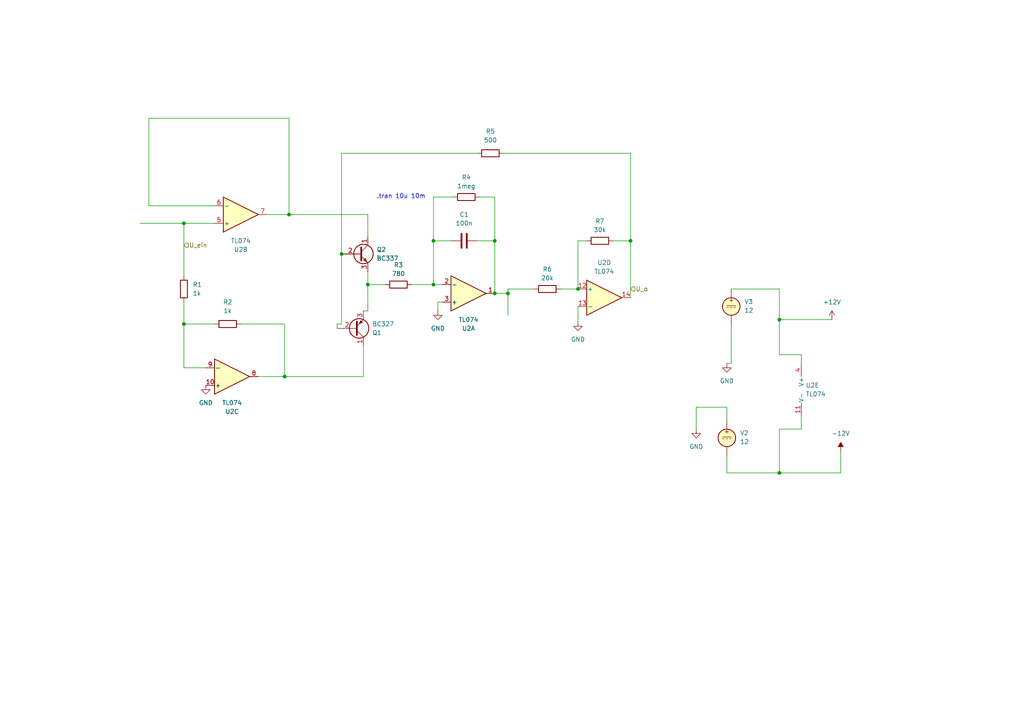
<source format=kicad_sch>
(kicad_sch
	(version 20231120)
	(generator "eeschema")
	(generator_version "8.0")
	(uuid "d99f3b54-1182-4d1e-a243-16e561262b22")
	(paper "A4")
	(lib_symbols
		(symbol "Amplifier_Operational:TL074"
			(pin_names
				(offset 0.127)
			)
			(exclude_from_sim no)
			(in_bom yes)
			(on_board yes)
			(property "Reference" "U"
				(at 0 5.08 0)
				(effects
					(font
						(size 1.27 1.27)
					)
					(justify left)
				)
			)
			(property "Value" "TL074"
				(at 0 -5.08 0)
				(effects
					(font
						(size 1.27 1.27)
					)
					(justify left)
				)
			)
			(property "Footprint" ""
				(at -1.27 2.54 0)
				(effects
					(font
						(size 1.27 1.27)
					)
					(hide yes)
				)
			)
			(property "Datasheet" "http://www.ti.com/lit/ds/symlink/tl071.pdf"
				(at 1.27 5.08 0)
				(effects
					(font
						(size 1.27 1.27)
					)
					(hide yes)
				)
			)
			(property "Description" "Quad Low-Noise JFET-Input Operational Amplifiers, DIP-14/SOIC-14"
				(at 0 0 0)
				(effects
					(font
						(size 1.27 1.27)
					)
					(hide yes)
				)
			)
			(property "ki_locked" ""
				(at 0 0 0)
				(effects
					(font
						(size 1.27 1.27)
					)
				)
			)
			(property "ki_keywords" "quad opamp"
				(at 0 0 0)
				(effects
					(font
						(size 1.27 1.27)
					)
					(hide yes)
				)
			)
			(property "ki_fp_filters" "SOIC*3.9x8.7mm*P1.27mm* DIP*W7.62mm* TSSOP*4.4x5mm*P0.65mm* SSOP*5.3x6.2mm*P0.65mm* MSOP*3x3mm*P0.5mm*"
				(at 0 0 0)
				(effects
					(font
						(size 1.27 1.27)
					)
					(hide yes)
				)
			)
			(symbol "TL074_1_1"
				(polyline
					(pts
						(xy -5.08 5.08) (xy 5.08 0) (xy -5.08 -5.08) (xy -5.08 5.08)
					)
					(stroke
						(width 0.254)
						(type default)
					)
					(fill
						(type background)
					)
				)
				(pin output line
					(at 7.62 0 180)
					(length 2.54)
					(name "~"
						(effects
							(font
								(size 1.27 1.27)
							)
						)
					)
					(number "1"
						(effects
							(font
								(size 1.27 1.27)
							)
						)
					)
				)
				(pin input line
					(at -7.62 -2.54 0)
					(length 2.54)
					(name "-"
						(effects
							(font
								(size 1.27 1.27)
							)
						)
					)
					(number "2"
						(effects
							(font
								(size 1.27 1.27)
							)
						)
					)
				)
				(pin input line
					(at -7.62 2.54 0)
					(length 2.54)
					(name "+"
						(effects
							(font
								(size 1.27 1.27)
							)
						)
					)
					(number "3"
						(effects
							(font
								(size 1.27 1.27)
							)
						)
					)
				)
			)
			(symbol "TL074_2_1"
				(polyline
					(pts
						(xy -5.08 5.08) (xy 5.08 0) (xy -5.08 -5.08) (xy -5.08 5.08)
					)
					(stroke
						(width 0.254)
						(type default)
					)
					(fill
						(type background)
					)
				)
				(pin input line
					(at -7.62 2.54 0)
					(length 2.54)
					(name "+"
						(effects
							(font
								(size 1.27 1.27)
							)
						)
					)
					(number "5"
						(effects
							(font
								(size 1.27 1.27)
							)
						)
					)
				)
				(pin input line
					(at -7.62 -2.54 0)
					(length 2.54)
					(name "-"
						(effects
							(font
								(size 1.27 1.27)
							)
						)
					)
					(number "6"
						(effects
							(font
								(size 1.27 1.27)
							)
						)
					)
				)
				(pin output line
					(at 7.62 0 180)
					(length 2.54)
					(name "~"
						(effects
							(font
								(size 1.27 1.27)
							)
						)
					)
					(number "7"
						(effects
							(font
								(size 1.27 1.27)
							)
						)
					)
				)
			)
			(symbol "TL074_3_1"
				(polyline
					(pts
						(xy -5.08 5.08) (xy 5.08 0) (xy -5.08 -5.08) (xy -5.08 5.08)
					)
					(stroke
						(width 0.254)
						(type default)
					)
					(fill
						(type background)
					)
				)
				(pin input line
					(at -7.62 2.54 0)
					(length 2.54)
					(name "+"
						(effects
							(font
								(size 1.27 1.27)
							)
						)
					)
					(number "10"
						(effects
							(font
								(size 1.27 1.27)
							)
						)
					)
				)
				(pin output line
					(at 7.62 0 180)
					(length 2.54)
					(name "~"
						(effects
							(font
								(size 1.27 1.27)
							)
						)
					)
					(number "8"
						(effects
							(font
								(size 1.27 1.27)
							)
						)
					)
				)
				(pin input line
					(at -7.62 -2.54 0)
					(length 2.54)
					(name "-"
						(effects
							(font
								(size 1.27 1.27)
							)
						)
					)
					(number "9"
						(effects
							(font
								(size 1.27 1.27)
							)
						)
					)
				)
			)
			(symbol "TL074_4_1"
				(polyline
					(pts
						(xy -5.08 5.08) (xy 5.08 0) (xy -5.08 -5.08) (xy -5.08 5.08)
					)
					(stroke
						(width 0.254)
						(type default)
					)
					(fill
						(type background)
					)
				)
				(pin input line
					(at -7.62 2.54 0)
					(length 2.54)
					(name "+"
						(effects
							(font
								(size 1.27 1.27)
							)
						)
					)
					(number "12"
						(effects
							(font
								(size 1.27 1.27)
							)
						)
					)
				)
				(pin input line
					(at -7.62 -2.54 0)
					(length 2.54)
					(name "-"
						(effects
							(font
								(size 1.27 1.27)
							)
						)
					)
					(number "13"
						(effects
							(font
								(size 1.27 1.27)
							)
						)
					)
				)
				(pin output line
					(at 7.62 0 180)
					(length 2.54)
					(name "~"
						(effects
							(font
								(size 1.27 1.27)
							)
						)
					)
					(number "14"
						(effects
							(font
								(size 1.27 1.27)
							)
						)
					)
				)
			)
			(symbol "TL074_5_1"
				(pin power_in line
					(at -2.54 -7.62 90)
					(length 3.81)
					(name "V-"
						(effects
							(font
								(size 1.27 1.27)
							)
						)
					)
					(number "11"
						(effects
							(font
								(size 1.27 1.27)
							)
						)
					)
				)
				(pin power_in line
					(at -2.54 7.62 270)
					(length 3.81)
					(name "V+"
						(effects
							(font
								(size 1.27 1.27)
							)
						)
					)
					(number "4"
						(effects
							(font
								(size 1.27 1.27)
							)
						)
					)
				)
			)
		)
		(symbol "Device:C"
			(pin_numbers hide)
			(pin_names
				(offset 0.254)
			)
			(exclude_from_sim no)
			(in_bom yes)
			(on_board yes)
			(property "Reference" "C"
				(at 0.635 2.54 0)
				(effects
					(font
						(size 1.27 1.27)
					)
					(justify left)
				)
			)
			(property "Value" "C"
				(at 0.635 -2.54 0)
				(effects
					(font
						(size 1.27 1.27)
					)
					(justify left)
				)
			)
			(property "Footprint" ""
				(at 0.9652 -3.81 0)
				(effects
					(font
						(size 1.27 1.27)
					)
					(hide yes)
				)
			)
			(property "Datasheet" "~"
				(at 0 0 0)
				(effects
					(font
						(size 1.27 1.27)
					)
					(hide yes)
				)
			)
			(property "Description" "Unpolarized capacitor"
				(at 0 0 0)
				(effects
					(font
						(size 1.27 1.27)
					)
					(hide yes)
				)
			)
			(property "ki_keywords" "cap capacitor"
				(at 0 0 0)
				(effects
					(font
						(size 1.27 1.27)
					)
					(hide yes)
				)
			)
			(property "ki_fp_filters" "C_*"
				(at 0 0 0)
				(effects
					(font
						(size 1.27 1.27)
					)
					(hide yes)
				)
			)
			(symbol "C_0_1"
				(polyline
					(pts
						(xy -2.032 -0.762) (xy 2.032 -0.762)
					)
					(stroke
						(width 0.508)
						(type default)
					)
					(fill
						(type none)
					)
				)
				(polyline
					(pts
						(xy -2.032 0.762) (xy 2.032 0.762)
					)
					(stroke
						(width 0.508)
						(type default)
					)
					(fill
						(type none)
					)
				)
			)
			(symbol "C_1_1"
				(pin passive line
					(at 0 3.81 270)
					(length 2.794)
					(name "~"
						(effects
							(font
								(size 1.27 1.27)
							)
						)
					)
					(number "1"
						(effects
							(font
								(size 1.27 1.27)
							)
						)
					)
				)
				(pin passive line
					(at 0 -3.81 90)
					(length 2.794)
					(name "~"
						(effects
							(font
								(size 1.27 1.27)
							)
						)
					)
					(number "2"
						(effects
							(font
								(size 1.27 1.27)
							)
						)
					)
				)
			)
		)
		(symbol "Device:R"
			(pin_numbers hide)
			(pin_names
				(offset 0)
			)
			(exclude_from_sim no)
			(in_bom yes)
			(on_board yes)
			(property "Reference" "R"
				(at 2.032 0 90)
				(effects
					(font
						(size 1.27 1.27)
					)
				)
			)
			(property "Value" "R"
				(at 0 0 90)
				(effects
					(font
						(size 1.27 1.27)
					)
				)
			)
			(property "Footprint" ""
				(at -1.778 0 90)
				(effects
					(font
						(size 1.27 1.27)
					)
					(hide yes)
				)
			)
			(property "Datasheet" "~"
				(at 0 0 0)
				(effects
					(font
						(size 1.27 1.27)
					)
					(hide yes)
				)
			)
			(property "Description" "Resistor"
				(at 0 0 0)
				(effects
					(font
						(size 1.27 1.27)
					)
					(hide yes)
				)
			)
			(property "ki_keywords" "R res resistor"
				(at 0 0 0)
				(effects
					(font
						(size 1.27 1.27)
					)
					(hide yes)
				)
			)
			(property "ki_fp_filters" "R_*"
				(at 0 0 0)
				(effects
					(font
						(size 1.27 1.27)
					)
					(hide yes)
				)
			)
			(symbol "R_0_1"
				(rectangle
					(start -1.016 -2.54)
					(end 1.016 2.54)
					(stroke
						(width 0.254)
						(type default)
					)
					(fill
						(type none)
					)
				)
			)
			(symbol "R_1_1"
				(pin passive line
					(at 0 3.81 270)
					(length 1.27)
					(name "~"
						(effects
							(font
								(size 1.27 1.27)
							)
						)
					)
					(number "1"
						(effects
							(font
								(size 1.27 1.27)
							)
						)
					)
				)
				(pin passive line
					(at 0 -3.81 90)
					(length 1.27)
					(name "~"
						(effects
							(font
								(size 1.27 1.27)
							)
						)
					)
					(number "2"
						(effects
							(font
								(size 1.27 1.27)
							)
						)
					)
				)
			)
		)
		(symbol "Simulation_SPICE:VDC"
			(pin_numbers hide)
			(pin_names
				(offset 0.0254)
			)
			(exclude_from_sim no)
			(in_bom yes)
			(on_board yes)
			(property "Reference" "V"
				(at 2.54 2.54 0)
				(effects
					(font
						(size 1.27 1.27)
					)
					(justify left)
				)
			)
			(property "Value" "1"
				(at 2.54 0 0)
				(effects
					(font
						(size 1.27 1.27)
					)
					(justify left)
				)
			)
			(property "Footprint" ""
				(at 0 0 0)
				(effects
					(font
						(size 1.27 1.27)
					)
					(hide yes)
				)
			)
			(property "Datasheet" "~"
				(at 0 0 0)
				(effects
					(font
						(size 1.27 1.27)
					)
					(hide yes)
				)
			)
			(property "Description" "Voltage source, DC"
				(at 0 0 0)
				(effects
					(font
						(size 1.27 1.27)
					)
					(hide yes)
				)
			)
			(property "Sim.Pins" "1=+ 2=-"
				(at 0 0 0)
				(effects
					(font
						(size 1.27 1.27)
					)
					(hide yes)
				)
			)
			(property "Sim.Type" "DC"
				(at 0 0 0)
				(effects
					(font
						(size 1.27 1.27)
					)
					(hide yes)
				)
			)
			(property "Sim.Device" "V"
				(at 0 0 0)
				(effects
					(font
						(size 1.27 1.27)
					)
					(justify left)
					(hide yes)
				)
			)
			(property "ki_keywords" "simulation"
				(at 0 0 0)
				(effects
					(font
						(size 1.27 1.27)
					)
					(hide yes)
				)
			)
			(symbol "VDC_0_0"
				(polyline
					(pts
						(xy -1.27 0.254) (xy 1.27 0.254)
					)
					(stroke
						(width 0)
						(type default)
					)
					(fill
						(type none)
					)
				)
				(polyline
					(pts
						(xy -0.762 -0.254) (xy -1.27 -0.254)
					)
					(stroke
						(width 0)
						(type default)
					)
					(fill
						(type none)
					)
				)
				(polyline
					(pts
						(xy 0.254 -0.254) (xy -0.254 -0.254)
					)
					(stroke
						(width 0)
						(type default)
					)
					(fill
						(type none)
					)
				)
				(polyline
					(pts
						(xy 1.27 -0.254) (xy 0.762 -0.254)
					)
					(stroke
						(width 0)
						(type default)
					)
					(fill
						(type none)
					)
				)
				(text "+"
					(at 0 1.905 0)
					(effects
						(font
							(size 1.27 1.27)
						)
					)
				)
			)
			(symbol "VDC_0_1"
				(circle
					(center 0 0)
					(radius 2.54)
					(stroke
						(width 0.254)
						(type default)
					)
					(fill
						(type background)
					)
				)
			)
			(symbol "VDC_1_1"
				(pin passive line
					(at 0 5.08 270)
					(length 2.54)
					(name "~"
						(effects
							(font
								(size 1.27 1.27)
							)
						)
					)
					(number "1"
						(effects
							(font
								(size 1.27 1.27)
							)
						)
					)
				)
				(pin passive line
					(at 0 -5.08 90)
					(length 2.54)
					(name "~"
						(effects
							(font
								(size 1.27 1.27)
							)
						)
					)
					(number "2"
						(effects
							(font
								(size 1.27 1.27)
							)
						)
					)
				)
			)
		)
		(symbol "Transistor_BJT:BC327"
			(pin_names
				(offset 0) hide)
			(exclude_from_sim no)
			(in_bom yes)
			(on_board yes)
			(property "Reference" "Q"
				(at 5.08 1.905 0)
				(effects
					(font
						(size 1.27 1.27)
					)
					(justify left)
				)
			)
			(property "Value" "BC327"
				(at 5.08 0 0)
				(effects
					(font
						(size 1.27 1.27)
					)
					(justify left)
				)
			)
			(property "Footprint" "Package_TO_SOT_THT:TO-92_Inline"
				(at 5.08 -1.905 0)
				(effects
					(font
						(size 1.27 1.27)
						(italic yes)
					)
					(justify left)
					(hide yes)
				)
			)
			(property "Datasheet" "http://www.onsemi.com/pub_link/Collateral/BC327-D.PDF"
				(at 0 0 0)
				(effects
					(font
						(size 1.27 1.27)
					)
					(justify left)
					(hide yes)
				)
			)
			(property "Description" "0.8A Ic, 45V Vce, PNP Transistor, TO-92"
				(at 0 0 0)
				(effects
					(font
						(size 1.27 1.27)
					)
					(hide yes)
				)
			)
			(property "ki_keywords" "PNP Transistor"
				(at 0 0 0)
				(effects
					(font
						(size 1.27 1.27)
					)
					(hide yes)
				)
			)
			(property "ki_fp_filters" "TO?92*"
				(at 0 0 0)
				(effects
					(font
						(size 1.27 1.27)
					)
					(hide yes)
				)
			)
			(symbol "BC327_0_1"
				(polyline
					(pts
						(xy 0.635 0.635) (xy 2.54 2.54)
					)
					(stroke
						(width 0)
						(type default)
					)
					(fill
						(type none)
					)
				)
				(polyline
					(pts
						(xy 0.635 -0.635) (xy 2.54 -2.54) (xy 2.54 -2.54)
					)
					(stroke
						(width 0)
						(type default)
					)
					(fill
						(type none)
					)
				)
				(polyline
					(pts
						(xy 0.635 1.905) (xy 0.635 -1.905) (xy 0.635 -1.905)
					)
					(stroke
						(width 0.508)
						(type default)
					)
					(fill
						(type none)
					)
				)
				(polyline
					(pts
						(xy 2.286 -1.778) (xy 1.778 -2.286) (xy 1.27 -1.27) (xy 2.286 -1.778) (xy 2.286 -1.778)
					)
					(stroke
						(width 0)
						(type default)
					)
					(fill
						(type outline)
					)
				)
				(circle
					(center 1.27 0)
					(radius 2.8194)
					(stroke
						(width 0.254)
						(type default)
					)
					(fill
						(type none)
					)
				)
			)
			(symbol "BC327_1_1"
				(pin passive line
					(at 2.54 5.08 270)
					(length 2.54)
					(name "C"
						(effects
							(font
								(size 1.27 1.27)
							)
						)
					)
					(number "1"
						(effects
							(font
								(size 1.27 1.27)
							)
						)
					)
				)
				(pin input line
					(at -5.08 0 0)
					(length 5.715)
					(name "B"
						(effects
							(font
								(size 1.27 1.27)
							)
						)
					)
					(number "2"
						(effects
							(font
								(size 1.27 1.27)
							)
						)
					)
				)
				(pin passive line
					(at 2.54 -5.08 90)
					(length 2.54)
					(name "E"
						(effects
							(font
								(size 1.27 1.27)
							)
						)
					)
					(number "3"
						(effects
							(font
								(size 1.27 1.27)
							)
						)
					)
				)
			)
		)
		(symbol "Transistor_BJT:BC337"
			(pin_names
				(offset 0) hide)
			(exclude_from_sim no)
			(in_bom yes)
			(on_board yes)
			(property "Reference" "Q"
				(at 5.08 1.905 0)
				(effects
					(font
						(size 1.27 1.27)
					)
					(justify left)
				)
			)
			(property "Value" "BC337"
				(at 5.08 0 0)
				(effects
					(font
						(size 1.27 1.27)
					)
					(justify left)
				)
			)
			(property "Footprint" "Package_TO_SOT_THT:TO-92_Inline"
				(at 5.08 -1.905 0)
				(effects
					(font
						(size 1.27 1.27)
						(italic yes)
					)
					(justify left)
					(hide yes)
				)
			)
			(property "Datasheet" "https://diotec.com/tl_files/diotec/files/pdf/datasheets/bc337.pdf"
				(at 0 0 0)
				(effects
					(font
						(size 1.27 1.27)
					)
					(justify left)
					(hide yes)
				)
			)
			(property "Description" "0.8A Ic, 45V Vce, NPN Transistor, TO-92"
				(at 0 0 0)
				(effects
					(font
						(size 1.27 1.27)
					)
					(hide yes)
				)
			)
			(property "ki_keywords" "NPN Transistor"
				(at 0 0 0)
				(effects
					(font
						(size 1.27 1.27)
					)
					(hide yes)
				)
			)
			(property "ki_fp_filters" "TO?92*"
				(at 0 0 0)
				(effects
					(font
						(size 1.27 1.27)
					)
					(hide yes)
				)
			)
			(symbol "BC337_0_1"
				(polyline
					(pts
						(xy 0 0) (xy 0.635 0)
					)
					(stroke
						(width 0)
						(type default)
					)
					(fill
						(type none)
					)
				)
				(polyline
					(pts
						(xy 0.635 0.635) (xy 2.54 2.54)
					)
					(stroke
						(width 0)
						(type default)
					)
					(fill
						(type none)
					)
				)
				(polyline
					(pts
						(xy 0.635 -0.635) (xy 2.54 -2.54) (xy 2.54 -2.54)
					)
					(stroke
						(width 0)
						(type default)
					)
					(fill
						(type none)
					)
				)
				(polyline
					(pts
						(xy 0.635 1.905) (xy 0.635 -1.905) (xy 0.635 -1.905)
					)
					(stroke
						(width 0.508)
						(type default)
					)
					(fill
						(type none)
					)
				)
				(polyline
					(pts
						(xy 1.27 -1.778) (xy 1.778 -1.27) (xy 2.286 -2.286) (xy 1.27 -1.778) (xy 1.27 -1.778)
					)
					(stroke
						(width 0)
						(type default)
					)
					(fill
						(type outline)
					)
				)
				(circle
					(center 1.27 0)
					(radius 2.8194)
					(stroke
						(width 0.254)
						(type default)
					)
					(fill
						(type none)
					)
				)
			)
			(symbol "BC337_1_1"
				(pin passive line
					(at 2.54 5.08 270)
					(length 2.54)
					(name "C"
						(effects
							(font
								(size 1.27 1.27)
							)
						)
					)
					(number "1"
						(effects
							(font
								(size 1.27 1.27)
							)
						)
					)
				)
				(pin input line
					(at -5.08 0 0)
					(length 5.08)
					(name "B"
						(effects
							(font
								(size 1.27 1.27)
							)
						)
					)
					(number "2"
						(effects
							(font
								(size 1.27 1.27)
							)
						)
					)
				)
				(pin passive line
					(at 2.54 -5.08 90)
					(length 2.54)
					(name "E"
						(effects
							(font
								(size 1.27 1.27)
							)
						)
					)
					(number "3"
						(effects
							(font
								(size 1.27 1.27)
							)
						)
					)
				)
			)
		)
		(symbol "power:+12V"
			(power)
			(pin_names
				(offset 0)
			)
			(exclude_from_sim no)
			(in_bom yes)
			(on_board yes)
			(property "Reference" "#PWR"
				(at 0 -3.81 0)
				(effects
					(font
						(size 1.27 1.27)
					)
					(hide yes)
				)
			)
			(property "Value" "+12V"
				(at 0 3.556 0)
				(effects
					(font
						(size 1.27 1.27)
					)
				)
			)
			(property "Footprint" ""
				(at 0 0 0)
				(effects
					(font
						(size 1.27 1.27)
					)
					(hide yes)
				)
			)
			(property "Datasheet" ""
				(at 0 0 0)
				(effects
					(font
						(size 1.27 1.27)
					)
					(hide yes)
				)
			)
			(property "Description" "Power symbol creates a global label with name \"+12V\""
				(at 0 0 0)
				(effects
					(font
						(size 1.27 1.27)
					)
					(hide yes)
				)
			)
			(property "ki_keywords" "global power"
				(at 0 0 0)
				(effects
					(font
						(size 1.27 1.27)
					)
					(hide yes)
				)
			)
			(symbol "+12V_0_1"
				(polyline
					(pts
						(xy -0.762 1.27) (xy 0 2.54)
					)
					(stroke
						(width 0)
						(type default)
					)
					(fill
						(type none)
					)
				)
				(polyline
					(pts
						(xy 0 0) (xy 0 2.54)
					)
					(stroke
						(width 0)
						(type default)
					)
					(fill
						(type none)
					)
				)
				(polyline
					(pts
						(xy 0 2.54) (xy 0.762 1.27)
					)
					(stroke
						(width 0)
						(type default)
					)
					(fill
						(type none)
					)
				)
			)
			(symbol "+12V_1_1"
				(pin power_in line
					(at 0 0 90)
					(length 0) hide
					(name "+12V"
						(effects
							(font
								(size 1.27 1.27)
							)
						)
					)
					(number "1"
						(effects
							(font
								(size 1.27 1.27)
							)
						)
					)
				)
			)
		)
		(symbol "power:-12V"
			(power)
			(pin_names
				(offset 0)
			)
			(exclude_from_sim no)
			(in_bom yes)
			(on_board yes)
			(property "Reference" "#PWR"
				(at 0 2.54 0)
				(effects
					(font
						(size 1.27 1.27)
					)
					(hide yes)
				)
			)
			(property "Value" "-12V"
				(at 0 3.81 0)
				(effects
					(font
						(size 1.27 1.27)
					)
				)
			)
			(property "Footprint" ""
				(at 0 0 0)
				(effects
					(font
						(size 1.27 1.27)
					)
					(hide yes)
				)
			)
			(property "Datasheet" ""
				(at 0 0 0)
				(effects
					(font
						(size 1.27 1.27)
					)
					(hide yes)
				)
			)
			(property "Description" "Power symbol creates a global label with name \"-12V\""
				(at 0 0 0)
				(effects
					(font
						(size 1.27 1.27)
					)
					(hide yes)
				)
			)
			(property "ki_keywords" "global power"
				(at 0 0 0)
				(effects
					(font
						(size 1.27 1.27)
					)
					(hide yes)
				)
			)
			(symbol "-12V_0_0"
				(pin power_in line
					(at 0 0 90)
					(length 0) hide
					(name "-12V"
						(effects
							(font
								(size 1.27 1.27)
							)
						)
					)
					(number "1"
						(effects
							(font
								(size 1.27 1.27)
							)
						)
					)
				)
			)
			(symbol "-12V_0_1"
				(polyline
					(pts
						(xy 0 0) (xy 0 1.27) (xy 0.762 1.27) (xy 0 2.54) (xy -0.762 1.27) (xy 0 1.27)
					)
					(stroke
						(width 0)
						(type default)
					)
					(fill
						(type outline)
					)
				)
			)
		)
		(symbol "power:GND"
			(power)
			(pin_names
				(offset 0)
			)
			(exclude_from_sim no)
			(in_bom yes)
			(on_board yes)
			(property "Reference" "#PWR"
				(at 0 -6.35 0)
				(effects
					(font
						(size 1.27 1.27)
					)
					(hide yes)
				)
			)
			(property "Value" "GND"
				(at 0 -3.81 0)
				(effects
					(font
						(size 1.27 1.27)
					)
				)
			)
			(property "Footprint" ""
				(at 0 0 0)
				(effects
					(font
						(size 1.27 1.27)
					)
					(hide yes)
				)
			)
			(property "Datasheet" ""
				(at 0 0 0)
				(effects
					(font
						(size 1.27 1.27)
					)
					(hide yes)
				)
			)
			(property "Description" "Power symbol creates a global label with name \"GND\" , ground"
				(at 0 0 0)
				(effects
					(font
						(size 1.27 1.27)
					)
					(hide yes)
				)
			)
			(property "ki_keywords" "global power"
				(at 0 0 0)
				(effects
					(font
						(size 1.27 1.27)
					)
					(hide yes)
				)
			)
			(symbol "GND_0_1"
				(polyline
					(pts
						(xy 0 0) (xy 0 -1.27) (xy 1.27 -1.27) (xy 0 -2.54) (xy -1.27 -1.27) (xy 0 -1.27)
					)
					(stroke
						(width 0)
						(type default)
					)
					(fill
						(type none)
					)
				)
			)
			(symbol "GND_1_1"
				(pin power_in line
					(at 0 0 270)
					(length 0) hide
					(name "GND"
						(effects
							(font
								(size 1.27 1.27)
							)
						)
					)
					(number "1"
						(effects
							(font
								(size 1.27 1.27)
							)
						)
					)
				)
			)
		)
	)
	(junction
		(at 125.73 69.85)
		(diameter 0)
		(color 0 0 0 0)
		(uuid "1fcb0546-f059-4d3f-b5b2-5b658987adbf")
	)
	(junction
		(at 106.68 82.55)
		(diameter 0)
		(color 0 0 0 0)
		(uuid "2a1a5b50-c9e3-40d5-bbc8-10e516becac9")
	)
	(junction
		(at 182.88 69.85)
		(diameter 0)
		(color 0 0 0 0)
		(uuid "357f09af-61bf-4959-9d10-0f543df946b0")
	)
	(junction
		(at 83.82 62.23)
		(diameter 0)
		(color 0 0 0 0)
		(uuid "4c1c7e29-69ea-42cb-ba9f-e3eb03ac786f")
	)
	(junction
		(at 143.51 85.09)
		(diameter 0)
		(color 0 0 0 0)
		(uuid "5d5bfb01-302c-455a-b1c0-373aa7419c41")
	)
	(junction
		(at 125.73 82.55)
		(diameter 0)
		(color 0 0 0 0)
		(uuid "5e19502a-11b7-4617-a329-32484890a247")
	)
	(junction
		(at 147.32 85.09)
		(diameter 0)
		(color 0 0 0 0)
		(uuid "637789b1-9c8b-452b-86d7-f18b31c7aacd")
	)
	(junction
		(at 226.06 92.71)
		(diameter 0)
		(color 0 0 0 0)
		(uuid "8581995f-3efb-4a3d-b6b5-967d007a1f95")
	)
	(junction
		(at 53.34 64.77)
		(diameter 0)
		(color 0 0 0 0)
		(uuid "8afedeb8-5f96-40c7-8fd2-12ff8fa42ba2")
	)
	(junction
		(at 99.06 73.66)
		(diameter 0)
		(color 0 0 0 0)
		(uuid "8fb9fa0d-46ce-41d6-86d3-d6a3b56e57f8")
	)
	(junction
		(at 53.34 93.98)
		(diameter 0)
		(color 0 0 0 0)
		(uuid "b17ded36-d9d4-434d-a924-bbbdedfc4670")
	)
	(junction
		(at 167.64 83.82)
		(diameter 0)
		(color 0 0 0 0)
		(uuid "c9f73671-c9a5-4b85-b295-e7d4c8f13d36")
	)
	(junction
		(at 143.51 69.85)
		(diameter 0)
		(color 0 0 0 0)
		(uuid "e7345c65-07ac-40e3-bf99-2ed3a8a9d000")
	)
	(junction
		(at 226.06 137.16)
		(diameter 0)
		(color 0 0 0 0)
		(uuid "e8140f9f-eee4-4b44-8a06-892c88dd4fa3")
	)
	(junction
		(at 82.55 109.22)
		(diameter 0)
		(color 0 0 0 0)
		(uuid "fa4e2c6f-fc94-4a4c-b49f-def53c5a103c")
	)
	(wire
		(pts
			(xy 170.18 69.85) (xy 167.64 69.85)
		)
		(stroke
			(width 0)
			(type default)
		)
		(uuid "0b7bf935-5b4f-4014-b752-e61dd605c47f")
	)
	(wire
		(pts
			(xy 127 87.63) (xy 127 90.17)
		)
		(stroke
			(width 0)
			(type default)
		)
		(uuid "0b9b222b-eb1f-4452-b185-5c775336acc3")
	)
	(wire
		(pts
			(xy 106.68 78.74) (xy 106.68 82.55)
		)
		(stroke
			(width 0)
			(type default)
		)
		(uuid "0d9c65cf-6fc0-4956-bb5f-fecbd9cf8483")
	)
	(wire
		(pts
			(xy 69.85 93.98) (xy 82.55 93.98)
		)
		(stroke
			(width 0)
			(type default)
		)
		(uuid "0f22d426-5ea8-489d-a58f-0fc037123fa6")
	)
	(wire
		(pts
			(xy 83.82 62.23) (xy 83.82 34.29)
		)
		(stroke
			(width 0)
			(type default)
		)
		(uuid "114623a7-9c0d-4248-b240-95fe8ab07337")
	)
	(wire
		(pts
			(xy 106.68 62.23) (xy 83.82 62.23)
		)
		(stroke
			(width 0)
			(type default)
		)
		(uuid "1d329977-e9ef-4be8-9f8c-9e89ba6cceb8")
	)
	(wire
		(pts
			(xy 106.68 82.55) (xy 111.76 82.55)
		)
		(stroke
			(width 0)
			(type default)
		)
		(uuid "1ee71312-a439-42ce-ba35-f9710f4f14bc")
	)
	(wire
		(pts
			(xy 143.51 57.15) (xy 143.51 69.85)
		)
		(stroke
			(width 0)
			(type default)
		)
		(uuid "207347fe-a0ff-4b2c-8edf-d74594ea4dca")
	)
	(wire
		(pts
			(xy 53.34 106.68) (xy 59.69 106.68)
		)
		(stroke
			(width 0)
			(type default)
		)
		(uuid "23fdb5ff-68ba-41da-9217-037b9d1c32ae")
	)
	(wire
		(pts
			(xy 243.84 130.81) (xy 243.84 137.16)
		)
		(stroke
			(width 0)
			(type default)
		)
		(uuid "2710778e-8eb8-4440-82a0-b21e0896d8d2")
	)
	(wire
		(pts
			(xy 105.41 109.22) (xy 105.41 100.33)
		)
		(stroke
			(width 0)
			(type default)
		)
		(uuid "29f4d582-aa50-4d8b-845b-f6f733297470")
	)
	(wire
		(pts
			(xy 210.82 137.16) (xy 226.06 137.16)
		)
		(stroke
			(width 0)
			(type default)
		)
		(uuid "29fd5e24-d8e1-42c7-8fba-cd8e2efb7ef4")
	)
	(wire
		(pts
			(xy 210.82 118.11) (xy 210.82 121.92)
		)
		(stroke
			(width 0)
			(type default)
		)
		(uuid "2e5efc5b-5437-499f-bd12-0b884431fff4")
	)
	(wire
		(pts
			(xy 147.32 85.09) (xy 143.51 85.09)
		)
		(stroke
			(width 0)
			(type default)
		)
		(uuid "331592d0-8341-4d29-9dc0-49572b5764c7")
	)
	(wire
		(pts
			(xy 82.55 93.98) (xy 82.55 109.22)
		)
		(stroke
			(width 0)
			(type default)
		)
		(uuid "34d7daba-f284-4cb4-a18b-038a909334d4")
	)
	(wire
		(pts
			(xy 177.8 69.85) (xy 182.88 69.85)
		)
		(stroke
			(width 0)
			(type default)
		)
		(uuid "3af1085a-d28d-405c-8352-6d96fc5ce360")
	)
	(wire
		(pts
			(xy 77.47 62.23) (xy 83.82 62.23)
		)
		(stroke
			(width 0)
			(type default)
		)
		(uuid "3d6e4ad6-a9b7-44dd-be20-f8eb7139ecee")
	)
	(wire
		(pts
			(xy 226.06 124.46) (xy 232.41 124.46)
		)
		(stroke
			(width 0)
			(type default)
		)
		(uuid "441f2ab2-ec82-431c-9209-fe778add6054")
	)
	(wire
		(pts
			(xy 212.09 105.41) (xy 210.82 105.41)
		)
		(stroke
			(width 0)
			(type default)
		)
		(uuid "473f85c1-3b37-4fc6-972e-6f7e9926a08c")
	)
	(wire
		(pts
			(xy 210.82 132.08) (xy 210.82 137.16)
		)
		(stroke
			(width 0)
			(type default)
		)
		(uuid "4ca101a1-9692-44f9-815d-5fb560613cdc")
	)
	(wire
		(pts
			(xy 53.34 93.98) (xy 53.34 106.68)
		)
		(stroke
			(width 0)
			(type default)
		)
		(uuid "4f08accb-e433-445d-91a1-8b06df7697a0")
	)
	(wire
		(pts
			(xy 212.09 93.98) (xy 212.09 105.41)
		)
		(stroke
			(width 0)
			(type default)
		)
		(uuid "4f222611-82cb-4806-a38b-5a4e7ec2b4a0")
	)
	(wire
		(pts
			(xy 139.065 57.15) (xy 143.51 57.15)
		)
		(stroke
			(width 0)
			(type default)
		)
		(uuid "50bc037a-d9f9-45d4-b73d-e9d2ea9c1712")
	)
	(wire
		(pts
			(xy 99.06 93.98) (xy 97.79 93.98)
		)
		(stroke
			(width 0)
			(type default)
		)
		(uuid "540290a3-24ec-4ad7-abe8-d43aee9a88df")
	)
	(wire
		(pts
			(xy 138.43 44.45) (xy 99.06 44.45)
		)
		(stroke
			(width 0)
			(type default)
		)
		(uuid "584acb26-6979-4810-ae6d-a0144ff03189")
	)
	(wire
		(pts
			(xy 131.445 57.15) (xy 125.73 57.15)
		)
		(stroke
			(width 0)
			(type default)
		)
		(uuid "5a1054ee-c48b-4b9f-947f-40782019bd8d")
	)
	(wire
		(pts
			(xy 106.68 90.17) (xy 105.41 90.17)
		)
		(stroke
			(width 0)
			(type default)
		)
		(uuid "6046d5b3-3005-40b7-8861-7af47a8b8201")
	)
	(wire
		(pts
			(xy 106.68 68.58) (xy 106.68 62.23)
		)
		(stroke
			(width 0)
			(type default)
		)
		(uuid "610c7eb6-0400-468d-8ea5-e8b97203c2c2")
	)
	(wire
		(pts
			(xy 162.56 83.82) (xy 167.64 83.82)
		)
		(stroke
			(width 0)
			(type default)
		)
		(uuid "64e0477c-ff3a-47b8-9c3d-a8fba4e03ecf")
	)
	(wire
		(pts
			(xy 147.32 83.82) (xy 154.94 83.82)
		)
		(stroke
			(width 0)
			(type default)
		)
		(uuid "67971bec-9dcc-4920-9d77-e3bc49701968")
	)
	(wire
		(pts
			(xy 106.68 82.55) (xy 106.68 90.17)
		)
		(stroke
			(width 0)
			(type default)
		)
		(uuid "6dccd687-8151-4299-a2ef-0c88051b74e9")
	)
	(wire
		(pts
			(xy 201.93 124.46) (xy 201.93 118.11)
		)
		(stroke
			(width 0)
			(type default)
		)
		(uuid "6ea151c9-f3ff-47dc-ab81-e8d5669d1536")
	)
	(wire
		(pts
			(xy 128.27 87.63) (xy 127 87.63)
		)
		(stroke
			(width 0)
			(type default)
		)
		(uuid "7002d68e-6ff3-44c1-a996-695250671402")
	)
	(wire
		(pts
			(xy 147.32 85.09) (xy 147.32 91.44)
		)
		(stroke
			(width 0)
			(type default)
		)
		(uuid "7748ce9d-2c5c-4f19-a76c-e52359934448")
	)
	(wire
		(pts
			(xy 53.34 93.98) (xy 62.23 93.98)
		)
		(stroke
			(width 0)
			(type default)
		)
		(uuid "781baa02-3d03-4273-82b3-bbb1e6cb1e01")
	)
	(wire
		(pts
			(xy 147.32 83.82) (xy 147.32 85.09)
		)
		(stroke
			(width 0)
			(type default)
		)
		(uuid "78b9013a-a1c5-461e-b126-6918d12242bc")
	)
	(wire
		(pts
			(xy 130.81 69.85) (xy 125.73 69.85)
		)
		(stroke
			(width 0)
			(type default)
		)
		(uuid "81bbc83e-73e6-4aca-a88c-721bacd3282a")
	)
	(wire
		(pts
			(xy 99.06 73.66) (xy 99.06 93.98)
		)
		(stroke
			(width 0)
			(type default)
		)
		(uuid "879f1e75-fd0f-44c3-90b5-f917a108dbd1")
	)
	(wire
		(pts
			(xy 226.06 83.82) (xy 226.06 92.71)
		)
		(stroke
			(width 0)
			(type default)
		)
		(uuid "8b3fb3dd-8d78-4575-bc54-2953b37c9165")
	)
	(wire
		(pts
			(xy 40.64 64.77) (xy 53.34 64.77)
		)
		(stroke
			(width 0)
			(type default)
		)
		(uuid "8d463756-9038-4402-963a-863ac1467e40")
	)
	(wire
		(pts
			(xy 125.73 69.85) (xy 125.73 82.55)
		)
		(stroke
			(width 0)
			(type default)
		)
		(uuid "912cd12d-0300-496c-9a76-4af66bc8281c")
	)
	(wire
		(pts
			(xy 232.41 105.41) (xy 232.41 102.87)
		)
		(stroke
			(width 0)
			(type default)
		)
		(uuid "91b9311d-5316-495d-becc-45edc001ed8a")
	)
	(wire
		(pts
			(xy 119.38 82.55) (xy 125.73 82.55)
		)
		(stroke
			(width 0)
			(type default)
		)
		(uuid "95f855b2-662b-4b7c-8419-2d26c6e78cee")
	)
	(wire
		(pts
			(xy 182.88 69.85) (xy 182.88 44.45)
		)
		(stroke
			(width 0)
			(type default)
		)
		(uuid "9a0ae2db-cd88-4d6b-b9c3-30022ea25cc6")
	)
	(wire
		(pts
			(xy 167.64 69.85) (xy 167.64 83.82)
		)
		(stroke
			(width 0)
			(type default)
		)
		(uuid "9b6fc47e-4195-435f-9a62-e2df12861dc9")
	)
	(wire
		(pts
			(xy 226.06 92.71) (xy 226.06 102.87)
		)
		(stroke
			(width 0)
			(type default)
		)
		(uuid "a0a88733-19e2-4741-86b1-7ecfd913be05")
	)
	(wire
		(pts
			(xy 53.34 87.63) (xy 53.34 93.98)
		)
		(stroke
			(width 0)
			(type default)
		)
		(uuid "a47c01e7-308f-4a1c-aad1-b688ad794f78")
	)
	(wire
		(pts
			(xy 232.41 120.65) (xy 232.41 124.46)
		)
		(stroke
			(width 0)
			(type default)
		)
		(uuid "a7b1a966-a58f-4ae4-9622-f3fd9026ff5d")
	)
	(wire
		(pts
			(xy 167.64 88.9) (xy 167.64 93.345)
		)
		(stroke
			(width 0)
			(type default)
		)
		(uuid "ab53c895-8457-4618-90ea-cb9b9210ffcf")
	)
	(wire
		(pts
			(xy 226.06 102.87) (xy 232.41 102.87)
		)
		(stroke
			(width 0)
			(type default)
		)
		(uuid "ab708d93-23d6-481e-b9c5-dfbb28559108")
	)
	(wire
		(pts
			(xy 74.93 109.22) (xy 82.55 109.22)
		)
		(stroke
			(width 0)
			(type default)
		)
		(uuid "abc4cf5d-2e2e-4eab-aee3-7ae0c6078d46")
	)
	(wire
		(pts
			(xy 62.23 64.77) (xy 53.34 64.77)
		)
		(stroke
			(width 0)
			(type default)
		)
		(uuid "af095bf3-aafc-48e4-b1ca-b6132fb108aa")
	)
	(wire
		(pts
			(xy 53.34 64.77) (xy 53.34 80.01)
		)
		(stroke
			(width 0)
			(type default)
		)
		(uuid "afdb2fe3-1b34-40eb-bc92-476d7754f424")
	)
	(wire
		(pts
			(xy 143.51 69.85) (xy 143.51 85.09)
		)
		(stroke
			(width 0)
			(type default)
		)
		(uuid "c07d9e61-ab7c-4829-8f6e-03bc8eb1360e")
	)
	(wire
		(pts
			(xy 182.88 44.45) (xy 146.05 44.45)
		)
		(stroke
			(width 0)
			(type default)
		)
		(uuid "c17e6b7b-8e6b-4d88-922a-c6746d3a494a")
	)
	(wire
		(pts
			(xy 241.3 92.71) (xy 226.06 92.71)
		)
		(stroke
			(width 0)
			(type default)
		)
		(uuid "c2cb7325-3bf8-4277-ac79-f523d7bb5074")
	)
	(wire
		(pts
			(xy 97.79 93.98) (xy 97.79 95.25)
		)
		(stroke
			(width 0)
			(type default)
		)
		(uuid "c4634182-f614-41e0-b2fe-5c0176393b83")
	)
	(wire
		(pts
			(xy 83.82 34.29) (xy 43.18 34.29)
		)
		(stroke
			(width 0)
			(type default)
		)
		(uuid "c7f23f19-ad84-4b47-aae8-cebd58858c39")
	)
	(wire
		(pts
			(xy 82.55 109.22) (xy 105.41 109.22)
		)
		(stroke
			(width 0)
			(type default)
		)
		(uuid "cdb8a27c-4780-40ea-93df-dbb72f109d42")
	)
	(wire
		(pts
			(xy 125.73 57.15) (xy 125.73 69.85)
		)
		(stroke
			(width 0)
			(type default)
		)
		(uuid "cf2b5c8f-4674-41b0-b58b-9d065cd70750")
	)
	(wire
		(pts
			(xy 138.43 69.85) (xy 143.51 69.85)
		)
		(stroke
			(width 0)
			(type default)
		)
		(uuid "d40a3221-a6bc-4910-9451-e6ab6b371e8b")
	)
	(wire
		(pts
			(xy 43.18 59.69) (xy 62.23 59.69)
		)
		(stroke
			(width 0)
			(type default)
		)
		(uuid "e0ba3cd5-8516-47f8-afd1-659c7b20e24d")
	)
	(wire
		(pts
			(xy 99.06 44.45) (xy 99.06 73.66)
		)
		(stroke
			(width 0)
			(type default)
		)
		(uuid "e22822e7-70b4-4f3c-a098-289a0e3e6c9d")
	)
	(wire
		(pts
			(xy 212.09 83.82) (xy 226.06 83.82)
		)
		(stroke
			(width 0)
			(type default)
		)
		(uuid "e8130bec-52ab-4d25-8adb-0a27617b9a67")
	)
	(wire
		(pts
			(xy 182.88 69.85) (xy 182.88 86.36)
		)
		(stroke
			(width 0)
			(type default)
		)
		(uuid "ed43f9f7-a14c-4a1d-abb2-383cf832fbac")
	)
	(wire
		(pts
			(xy 125.73 82.55) (xy 128.27 82.55)
		)
		(stroke
			(width 0)
			(type default)
		)
		(uuid "ed7e4b5f-a6e5-476c-8ecf-9d188c664757")
	)
	(wire
		(pts
			(xy 201.93 118.11) (xy 210.82 118.11)
		)
		(stroke
			(width 0)
			(type default)
		)
		(uuid "ef0a9ab7-dbde-4322-9914-8f335b68cc30")
	)
	(wire
		(pts
			(xy 226.06 137.16) (xy 243.84 137.16)
		)
		(stroke
			(width 0)
			(type default)
		)
		(uuid "f42571dd-59f0-4653-a92b-a7a264657d8b")
	)
	(wire
		(pts
			(xy 43.18 34.29) (xy 43.18 59.69)
		)
		(stroke
			(width 0)
			(type default)
		)
		(uuid "f4688532-db0b-4eee-b213-7a545feee9e6")
	)
	(wire
		(pts
			(xy 226.06 124.46) (xy 226.06 137.16)
		)
		(stroke
			(width 0)
			(type default)
		)
		(uuid "f62bd4ad-226d-4356-9ec9-447832d84069")
	)
	(text ".tran 10u 10m\n"
		(exclude_from_sim no)
		(at 109.22 57.785 0)
		(effects
			(font
				(size 1.27 1.27)
			)
			(justify left bottom)
		)
		(uuid "5e97042e-3ce2-4e12-8d92-5b5e8aa65ace")
	)
	(hierarchical_label "U_o"
		(shape input)
		(at 182.88 83.82 0)
		(fields_autoplaced yes)
		(effects
			(font
				(size 1.27 1.27)
			)
			(justify left)
		)
		(uuid "0a8c8a73-b395-447f-a409-c8a29bc08ec5")
	)
	(hierarchical_label "U_ein"
		(shape input)
		(at 53.34 71.12 0)
		(fields_autoplaced yes)
		(effects
			(font
				(size 1.27 1.27)
			)
			(justify left)
		)
		(uuid "b2f1dcf7-2337-4d5c-93a3-3402ac3b48c8")
	)
	(symbol
		(lib_id "Device:R")
		(at 115.57 82.55 90)
		(unit 1)
		(exclude_from_sim no)
		(in_bom yes)
		(on_board yes)
		(dnp no)
		(fields_autoplaced yes)
		(uuid "2bba11c4-a552-41da-8fe3-01ae646c1f91")
		(property "Reference" "R3"
			(at 115.57 76.835 90)
			(effects
				(font
					(size 1.27 1.27)
				)
			)
		)
		(property "Value" "780"
			(at 115.57 79.375 90)
			(effects
				(font
					(size 1.27 1.27)
				)
			)
		)
		(property "Footprint" ""
			(at 115.57 84.328 90)
			(effects
				(font
					(size 1.27 1.27)
				)
				(hide yes)
			)
		)
		(property "Datasheet" "~"
			(at 115.57 82.55 0)
			(effects
				(font
					(size 1.27 1.27)
				)
				(hide yes)
			)
		)
		(property "Description" "Resistor"
			(at 115.57 82.55 0)
			(effects
				(font
					(size 1.27 1.27)
				)
				(hide yes)
			)
		)
		(property "Sim.Device" "R"
			(at 167.005 203.835 0)
			(effects
				(font
					(size 1.27 1.27)
				)
				(hide yes)
			)
		)
		(property "Sim.Pins" "1=+ 2=-"
			(at 167.005 203.835 0)
			(effects
				(font
					(size 1.27 1.27)
				)
				(hide yes)
			)
		)
		(pin "2"
			(uuid "45b17f57-2310-4e1d-8651-a9e82bba7383")
		)
		(pin "1"
			(uuid "37f0b8b3-523e-436b-b9ad-b8d635a129ff")
		)
		(instances
			(project "alles_getrennt"
				(path "/2bfb4d56-aacb-4507-b57e-dbc901fa3ede/b0c2f8de-20a6-4fcd-9146-a9c4c2c31a6d"
					(reference "R3")
					(unit 1)
				)
			)
		)
	)
	(symbol
		(lib_id "power:GND")
		(at 201.93 124.46 0)
		(unit 1)
		(exclude_from_sim no)
		(in_bom yes)
		(on_board yes)
		(dnp no)
		(fields_autoplaced yes)
		(uuid "2f533922-0b32-4e79-8417-8e7fb3cf61a0")
		(property "Reference" "#PWR05"
			(at 201.93 130.81 0)
			(effects
				(font
					(size 1.27 1.27)
				)
				(hide yes)
			)
		)
		(property "Value" "GND"
			(at 201.93 129.54 0)
			(effects
				(font
					(size 1.27 1.27)
				)
			)
		)
		(property "Footprint" ""
			(at 201.93 124.46 0)
			(effects
				(font
					(size 1.27 1.27)
				)
				(hide yes)
			)
		)
		(property "Datasheet" ""
			(at 201.93 124.46 0)
			(effects
				(font
					(size 1.27 1.27)
				)
				(hide yes)
			)
		)
		(property "Description" "Power symbol creates a global label with name \"GND\" , ground"
			(at 201.93 124.46 0)
			(effects
				(font
					(size 1.27 1.27)
				)
				(hide yes)
			)
		)
		(pin "1"
			(uuid "c854283d-f35f-4937-b240-4f0ce833eaf9")
		)
		(instances
			(project "alles_getrennt"
				(path "/2bfb4d56-aacb-4507-b57e-dbc901fa3ede/b0c2f8de-20a6-4fcd-9146-a9c4c2c31a6d"
					(reference "#PWR05")
					(unit 1)
				)
			)
		)
	)
	(symbol
		(lib_id "power:-12V")
		(at 243.84 130.81 0)
		(unit 1)
		(exclude_from_sim no)
		(in_bom yes)
		(on_board yes)
		(dnp no)
		(fields_autoplaced yes)
		(uuid "42d74720-0681-4b5f-9b5c-6f69e9690d58")
		(property "Reference" "#PWR08"
			(at 243.84 128.27 0)
			(effects
				(font
					(size 1.27 1.27)
				)
				(hide yes)
			)
		)
		(property "Value" "-12V"
			(at 243.84 125.73 0)
			(effects
				(font
					(size 1.27 1.27)
				)
			)
		)
		(property "Footprint" ""
			(at 243.84 130.81 0)
			(effects
				(font
					(size 1.27 1.27)
				)
				(hide yes)
			)
		)
		(property "Datasheet" ""
			(at 243.84 130.81 0)
			(effects
				(font
					(size 1.27 1.27)
				)
				(hide yes)
			)
		)
		(property "Description" "Power symbol creates a global label with name \"-12V\""
			(at 243.84 130.81 0)
			(effects
				(font
					(size 1.27 1.27)
				)
				(hide yes)
			)
		)
		(pin "1"
			(uuid "e64b7e59-6257-48b8-b0db-32409177c5a3")
		)
		(instances
			(project "alles_getrennt"
				(path "/2bfb4d56-aacb-4507-b57e-dbc901fa3ede/b0c2f8de-20a6-4fcd-9146-a9c4c2c31a6d"
					(reference "#PWR08")
					(unit 1)
				)
			)
		)
	)
	(symbol
		(lib_id "Amplifier_Operational:TL074")
		(at 67.31 109.22 0)
		(mirror x)
		(unit 3)
		(exclude_from_sim no)
		(in_bom yes)
		(on_board yes)
		(dnp no)
		(uuid "4423312c-5c75-4604-a4f5-233ad2d3ac89")
		(property "Reference" "U2"
			(at 67.31 119.38 0)
			(effects
				(font
					(size 1.27 1.27)
				)
			)
		)
		(property "Value" "TL074"
			(at 67.31 116.84 0)
			(effects
				(font
					(size 1.27 1.27)
				)
			)
		)
		(property "Footprint" ""
			(at 66.04 111.76 0)
			(effects
				(font
					(size 1.27 1.27)
				)
				(hide yes)
			)
		)
		(property "Datasheet" "http://www.ti.com/lit/ds/symlink/tl071.pdf"
			(at 68.58 114.3 0)
			(effects
				(font
					(size 1.27 1.27)
				)
				(hide yes)
			)
		)
		(property "Description" "Quad Low-Noise JFET-Input Operational Amplifiers, DIP-14/SOIC-14"
			(at 67.31 109.22 0)
			(effects
				(font
					(size 1.27 1.27)
				)
				(hide yes)
			)
		)
		(property "Sim.Library" "TL074.lib"
			(at 67.31 109.22 0)
			(effects
				(font
					(size 1.27 1.27)
				)
				(hide yes)
			)
		)
		(property "Sim.Name" "TL074c"
			(at 67.31 109.22 0)
			(effects
				(font
					(size 1.27 1.27)
				)
				(hide yes)
			)
		)
		(property "Sim.Device" "SUBCKT"
			(at 67.31 109.22 0)
			(effects
				(font
					(size 1.27 1.27)
				)
				(hide yes)
			)
		)
		(property "Sim.Pins" "1=1out 2=1in- 3=1in+ 4=vcc+ 5=2in+ 6=2in- 7=2out 8=3out 9=3in- 10=3in+ 11=vcc- 12=4in+ 13=4in- 14=4out"
			(at 67.31 109.22 0)
			(effects
				(font
					(size 1.27 1.27)
				)
				(hide yes)
			)
		)
		(pin "8"
			(uuid "a8ce6ef4-f4e2-4b44-8ff0-bb3fa3ab9200")
		)
		(pin "12"
			(uuid "14ba3bcf-75e8-4593-9404-8d19accb4f43")
		)
		(pin "7"
			(uuid "63704b77-08d9-4e0a-8c6f-55d92d9d068c")
		)
		(pin "5"
			(uuid "075e225c-4f42-4d73-86c4-54a34ab2a95a")
		)
		(pin "9"
			(uuid "0b44cccc-56c0-400a-9fa7-4b702ae90453")
		)
		(pin "14"
			(uuid "6d1fe0e4-5482-4e36-bd34-ac4299e18420")
		)
		(pin "11"
			(uuid "abdb55bb-24f8-4b20-8f9d-1c38dd899b8c")
		)
		(pin "4"
			(uuid "870207b2-74dd-402c-917b-257a6e467493")
		)
		(pin "3"
			(uuid "0db64e78-e336-4471-96b0-6e56dc3a6506")
		)
		(pin "2"
			(uuid "c91498eb-7f0f-4a2c-a372-4e13ea509e9b")
		)
		(pin "6"
			(uuid "786569a4-1e79-4fe2-b4c3-778b43dea968")
		)
		(pin "1"
			(uuid "16748a86-19e2-4586-a1b0-00a75f29373e")
		)
		(pin "13"
			(uuid "2fee257c-fcb5-4368-aa76-d31efc7c46d9")
		)
		(pin "10"
			(uuid "3c6665b8-169d-451e-91d0-4f14f06ec497")
		)
		(instances
			(project "alles_getrennt"
				(path "/2bfb4d56-aacb-4507-b57e-dbc901fa3ede/b0c2f8de-20a6-4fcd-9146-a9c4c2c31a6d"
					(reference "U2")
					(unit 3)
				)
			)
		)
	)
	(symbol
		(lib_id "Transistor_BJT:BC337")
		(at 104.14 73.66 0)
		(unit 1)
		(exclude_from_sim no)
		(in_bom yes)
		(on_board yes)
		(dnp no)
		(fields_autoplaced yes)
		(uuid "4ace4645-cfde-4127-bcec-04ef3e7258d3")
		(property "Reference" "Q2"
			(at 109.22 72.39 0)
			(effects
				(font
					(size 1.27 1.27)
				)
				(justify left)
			)
		)
		(property "Value" "BC337"
			(at 109.22 74.93 0)
			(effects
				(font
					(size 1.27 1.27)
				)
				(justify left)
			)
		)
		(property "Footprint" "Package_TO_SOT_THT:TO-92_Inline"
			(at 109.22 75.565 0)
			(effects
				(font
					(size 1.27 1.27)
					(italic yes)
				)
				(justify left)
				(hide yes)
			)
		)
		(property "Datasheet" "https://diotec.com/tl_files/diotec/files/pdf/datasheets/bc337.pdf"
			(at 104.14 73.66 0)
			(effects
				(font
					(size 1.27 1.27)
				)
				(justify left)
				(hide yes)
			)
		)
		(property "Description" "0.8A Ic, 45V Vce, NPN Transistor, TO-92"
			(at 104.14 73.66 0)
			(effects
				(font
					(size 1.27 1.27)
				)
				(hide yes)
			)
		)
		(property "Sim.Library" "bc337.lib"
			(at 104.14 73.66 0)
			(effects
				(font
					(size 1.27 1.27)
				)
				(hide yes)
			)
		)
		(property "Sim.Name" "BC337"
			(at 104.14 73.66 0)
			(effects
				(font
					(size 1.27 1.27)
				)
				(hide yes)
			)
		)
		(property "Sim.Device" "NPN"
			(at 104.14 73.66 0)
			(effects
				(font
					(size 1.27 1.27)
				)
				(hide yes)
			)
		)
		(property "Sim.Type" "GUMMELPOON"
			(at 104.14 73.66 0)
			(effects
				(font
					(size 1.27 1.27)
				)
				(hide yes)
			)
		)
		(property "Sim.Pins" "1=C 2=B 3=E"
			(at 104.14 73.66 0)
			(effects
				(font
					(size 1.27 1.27)
				)
				(hide yes)
			)
		)
		(pin "2"
			(uuid "d466af44-da07-47d9-8428-0d0304ec190b")
		)
		(pin "1"
			(uuid "423cb81d-3b23-4a4c-84e5-6352ae06ad56")
		)
		(pin "3"
			(uuid "8cc2274a-ca79-4a93-be39-afcef603ae4c")
		)
		(instances
			(project "alles_getrennt"
				(path "/2bfb4d56-aacb-4507-b57e-dbc901fa3ede/b0c2f8de-20a6-4fcd-9146-a9c4c2c31a6d"
					(reference "Q2")
					(unit 1)
				)
			)
		)
	)
	(symbol
		(lib_id "Device:R")
		(at 53.34 83.82 180)
		(unit 1)
		(exclude_from_sim no)
		(in_bom yes)
		(on_board yes)
		(dnp no)
		(fields_autoplaced yes)
		(uuid "4cb66f87-9649-464c-8f98-dfbac1c48b95")
		(property "Reference" "R1"
			(at 55.88 82.55 0)
			(effects
				(font
					(size 1.27 1.27)
				)
				(justify right)
			)
		)
		(property "Value" "1k"
			(at 55.88 85.09 0)
			(effects
				(font
					(size 1.27 1.27)
				)
				(justify right)
			)
		)
		(property "Footprint" ""
			(at 55.118 83.82 90)
			(effects
				(font
					(size 1.27 1.27)
				)
				(hide yes)
			)
		)
		(property "Datasheet" "~"
			(at 53.34 83.82 0)
			(effects
				(font
					(size 1.27 1.27)
				)
				(hide yes)
			)
		)
		(property "Description" "Resistor"
			(at 53.34 83.82 0)
			(effects
				(font
					(size 1.27 1.27)
				)
				(hide yes)
			)
		)
		(property "Sim.Device" "R"
			(at 174.625 32.385 0)
			(effects
				(font
					(size 1.27 1.27)
				)
				(hide yes)
			)
		)
		(property "Sim.Pins" "1=+ 2=-"
			(at 174.625 32.385 0)
			(effects
				(font
					(size 1.27 1.27)
				)
				(hide yes)
			)
		)
		(pin "2"
			(uuid "fb33124d-a1d7-4eaf-9a5a-4919eda624f3")
		)
		(pin "1"
			(uuid "c4fb7466-fd4e-415f-bc7d-fcb7472b395d")
		)
		(instances
			(project "alles_getrennt"
				(path "/2bfb4d56-aacb-4507-b57e-dbc901fa3ede/b0c2f8de-20a6-4fcd-9146-a9c4c2c31a6d"
					(reference "R1")
					(unit 1)
				)
			)
		)
	)
	(symbol
		(lib_id "power:+12V")
		(at 241.3 92.71 0)
		(unit 1)
		(exclude_from_sim no)
		(in_bom yes)
		(on_board yes)
		(dnp no)
		(fields_autoplaced yes)
		(uuid "5ff1d06f-d55a-4b86-b294-4e76ae678ba1")
		(property "Reference" "#PWR07"
			(at 241.3 96.52 0)
			(effects
				(font
					(size 1.27 1.27)
				)
				(hide yes)
			)
		)
		(property "Value" "+12V"
			(at 241.3 87.63 0)
			(effects
				(font
					(size 1.27 1.27)
				)
			)
		)
		(property "Footprint" ""
			(at 241.3 92.71 0)
			(effects
				(font
					(size 1.27 1.27)
				)
				(hide yes)
			)
		)
		(property "Datasheet" ""
			(at 241.3 92.71 0)
			(effects
				(font
					(size 1.27 1.27)
				)
				(hide yes)
			)
		)
		(property "Description" "Power symbol creates a global label with name \"+12V\""
			(at 241.3 92.71 0)
			(effects
				(font
					(size 1.27 1.27)
				)
				(hide yes)
			)
		)
		(pin "1"
			(uuid "b500621e-144e-40c6-a1ba-b05d99cf5f9d")
		)
		(instances
			(project "alles_getrennt"
				(path "/2bfb4d56-aacb-4507-b57e-dbc901fa3ede/b0c2f8de-20a6-4fcd-9146-a9c4c2c31a6d"
					(reference "#PWR07")
					(unit 1)
				)
			)
		)
	)
	(symbol
		(lib_id "Simulation_SPICE:VDC")
		(at 210.82 127 0)
		(unit 1)
		(exclude_from_sim no)
		(in_bom yes)
		(on_board yes)
		(dnp no)
		(fields_autoplaced yes)
		(uuid "60893070-4fd7-4894-9e90-ed35ff2d842b")
		(property "Reference" "V2"
			(at 214.63 125.6002 0)
			(effects
				(font
					(size 1.27 1.27)
				)
				(justify left)
			)
		)
		(property "Value" "12"
			(at 214.63 128.1402 0)
			(effects
				(font
					(size 1.27 1.27)
				)
				(justify left)
			)
		)
		(property "Footprint" ""
			(at 210.82 127 0)
			(effects
				(font
					(size 1.27 1.27)
				)
				(hide yes)
			)
		)
		(property "Datasheet" "~"
			(at 210.82 127 0)
			(effects
				(font
					(size 1.27 1.27)
				)
				(hide yes)
			)
		)
		(property "Description" "Voltage source, DC"
			(at 210.82 127 0)
			(effects
				(font
					(size 1.27 1.27)
				)
				(hide yes)
			)
		)
		(property "Sim.Pins" "1=+ 2=-"
			(at 210.82 127 0)
			(effects
				(font
					(size 1.27 1.27)
				)
				(hide yes)
			)
		)
		(property "Sim.Type" "DC"
			(at 210.82 127 0)
			(effects
				(font
					(size 1.27 1.27)
				)
				(hide yes)
			)
		)
		(property "Sim.Device" "V"
			(at 210.82 127 0)
			(effects
				(font
					(size 1.27 1.27)
				)
				(justify left)
				(hide yes)
			)
		)
		(pin "2"
			(uuid "461f60a6-dda3-4e8a-9ffb-7919f5bff4f4")
		)
		(pin "1"
			(uuid "1c6a25a6-8bfe-43c5-b894-1e6e86be35b0")
		)
		(instances
			(project "alles_getrennt"
				(path "/2bfb4d56-aacb-4507-b57e-dbc901fa3ede/b0c2f8de-20a6-4fcd-9146-a9c4c2c31a6d"
					(reference "V2")
					(unit 1)
				)
			)
		)
	)
	(symbol
		(lib_id "power:GND")
		(at 59.69 111.76 0)
		(unit 1)
		(exclude_from_sim no)
		(in_bom yes)
		(on_board yes)
		(dnp no)
		(fields_autoplaced yes)
		(uuid "64905829-40da-4363-aed9-bdc35c060683")
		(property "Reference" "#PWR02"
			(at 59.69 118.11 0)
			(effects
				(font
					(size 1.27 1.27)
				)
				(hide yes)
			)
		)
		(property "Value" "GND"
			(at 59.69 116.84 0)
			(effects
				(font
					(size 1.27 1.27)
				)
			)
		)
		(property "Footprint" ""
			(at 59.69 111.76 0)
			(effects
				(font
					(size 1.27 1.27)
				)
				(hide yes)
			)
		)
		(property "Datasheet" ""
			(at 59.69 111.76 0)
			(effects
				(font
					(size 1.27 1.27)
				)
				(hide yes)
			)
		)
		(property "Description" "Power symbol creates a global label with name \"GND\" , ground"
			(at 59.69 111.76 0)
			(effects
				(font
					(size 1.27 1.27)
				)
				(hide yes)
			)
		)
		(pin "1"
			(uuid "07da9491-3971-47aa-9d91-d48c0bda4311")
		)
		(instances
			(project "alles_getrennt"
				(path "/2bfb4d56-aacb-4507-b57e-dbc901fa3ede/b0c2f8de-20a6-4fcd-9146-a9c4c2c31a6d"
					(reference "#PWR02")
					(unit 1)
				)
			)
		)
	)
	(symbol
		(lib_id "Device:R")
		(at 66.04 93.98 90)
		(unit 1)
		(exclude_from_sim no)
		(in_bom yes)
		(on_board yes)
		(dnp no)
		(fields_autoplaced yes)
		(uuid "6a38b1eb-679e-4a04-a7a0-9eab6350c243")
		(property "Reference" "R2"
			(at 66.04 87.63 90)
			(effects
				(font
					(size 1.27 1.27)
				)
			)
		)
		(property "Value" "1k"
			(at 66.04 90.17 90)
			(effects
				(font
					(size 1.27 1.27)
				)
			)
		)
		(property "Footprint" ""
			(at 66.04 95.758 90)
			(effects
				(font
					(size 1.27 1.27)
				)
				(hide yes)
			)
		)
		(property "Datasheet" "~"
			(at 66.04 93.98 0)
			(effects
				(font
					(size 1.27 1.27)
				)
				(hide yes)
			)
		)
		(property "Description" "Resistor"
			(at 66.04 93.98 0)
			(effects
				(font
					(size 1.27 1.27)
				)
				(hide yes)
			)
		)
		(property "Sim.Device" "R"
			(at 117.475 215.265 0)
			(effects
				(font
					(size 1.27 1.27)
				)
				(hide yes)
			)
		)
		(property "Sim.Pins" "1=+ 2=-"
			(at 117.475 215.265 0)
			(effects
				(font
					(size 1.27 1.27)
				)
				(hide yes)
			)
		)
		(pin "2"
			(uuid "7caf6969-76b1-4953-8cdb-ad699231e668")
		)
		(pin "1"
			(uuid "430b7c9b-e918-4892-b286-483c74fb590f")
		)
		(instances
			(project "alles_getrennt"
				(path "/2bfb4d56-aacb-4507-b57e-dbc901fa3ede/b0c2f8de-20a6-4fcd-9146-a9c4c2c31a6d"
					(reference "R2")
					(unit 1)
				)
			)
		)
	)
	(symbol
		(lib_id "Amplifier_Operational:TL074")
		(at 175.26 86.36 0)
		(unit 4)
		(exclude_from_sim no)
		(in_bom yes)
		(on_board yes)
		(dnp no)
		(fields_autoplaced yes)
		(uuid "83f0f0a2-01be-4875-8082-01aa7f7b8d04")
		(property "Reference" "U2"
			(at 175.26 76.2 0)
			(effects
				(font
					(size 1.27 1.27)
				)
			)
		)
		(property "Value" "TL074"
			(at 175.26 78.74 0)
			(effects
				(font
					(size 1.27 1.27)
				)
			)
		)
		(property "Footprint" ""
			(at 173.99 83.82 0)
			(effects
				(font
					(size 1.27 1.27)
				)
				(hide yes)
			)
		)
		(property "Datasheet" "http://www.ti.com/lit/ds/symlink/tl071.pdf"
			(at 176.53 81.28 0)
			(effects
				(font
					(size 1.27 1.27)
				)
				(hide yes)
			)
		)
		(property "Description" "Quad Low-Noise JFET-Input Operational Amplifiers, DIP-14/SOIC-14"
			(at 175.26 86.36 0)
			(effects
				(font
					(size 1.27 1.27)
				)
				(hide yes)
			)
		)
		(property "Sim.Library" "TL074.lib"
			(at 175.26 86.36 0)
			(effects
				(font
					(size 1.27 1.27)
				)
				(hide yes)
			)
		)
		(property "Sim.Name" "TL074c"
			(at 175.26 86.36 0)
			(effects
				(font
					(size 1.27 1.27)
				)
				(hide yes)
			)
		)
		(property "Sim.Device" "SUBCKT"
			(at 175.26 86.36 0)
			(effects
				(font
					(size 1.27 1.27)
				)
				(hide yes)
			)
		)
		(property "Sim.Pins" "1=1out 2=1in- 3=1in+ 4=vcc+ 5=2in+ 6=2in- 7=2out 8=3out 9=3in- 10=3in+ 11=vcc- 12=4in+ 13=4in- 14=4out"
			(at 175.26 86.36 0)
			(effects
				(font
					(size 1.27 1.27)
				)
				(hide yes)
			)
		)
		(pin "8"
			(uuid "d049a60c-b8e7-40b9-bf80-a73b108ad9eb")
		)
		(pin "12"
			(uuid "15311bef-0667-46bd-9c76-1780d1c67627")
		)
		(pin "7"
			(uuid "63704b77-08d9-4e0a-8c6f-55d92d9d068e")
		)
		(pin "5"
			(uuid "075e225c-4f42-4d73-86c4-54a34ab2a95c")
		)
		(pin "9"
			(uuid "179efdda-9c85-4d0e-9d1b-e9dd47604eda")
		)
		(pin "14"
			(uuid "650149c6-2c0b-4343-9dd6-28ba7186be91")
		)
		(pin "11"
			(uuid "abdb55bb-24f8-4b20-8f9d-1c38dd899b8e")
		)
		(pin "4"
			(uuid "870207b2-74dd-402c-917b-257a6e467495")
		)
		(pin "3"
			(uuid "0db64e78-e336-4471-96b0-6e56dc3a6508")
		)
		(pin "2"
			(uuid "c91498eb-7f0f-4a2c-a372-4e13ea509e9d")
		)
		(pin "6"
			(uuid "786569a4-1e79-4fe2-b4c3-778b43dea96a")
		)
		(pin "1"
			(uuid "16748a86-19e2-4586-a1b0-00a75f293740")
		)
		(pin "13"
			(uuid "174024f3-6a3e-47d4-8e32-d1a551f74c2f")
		)
		(pin "10"
			(uuid "4a276086-5ded-4720-9b5c-4b39704668f3")
		)
		(instances
			(project "alles_getrennt"
				(path "/2bfb4d56-aacb-4507-b57e-dbc901fa3ede/b0c2f8de-20a6-4fcd-9146-a9c4c2c31a6d"
					(reference "U2")
					(unit 4)
				)
			)
		)
	)
	(symbol
		(lib_id "Amplifier_Operational:TL074")
		(at 69.85 62.23 0)
		(mirror x)
		(unit 2)
		(exclude_from_sim no)
		(in_bom yes)
		(on_board yes)
		(dnp no)
		(uuid "87a81c77-9b5a-477a-8a19-ca1e658532cb")
		(property "Reference" "U2"
			(at 69.85 72.39 0)
			(effects
				(font
					(size 1.27 1.27)
				)
			)
		)
		(property "Value" "TL074"
			(at 69.85 69.85 0)
			(effects
				(font
					(size 1.27 1.27)
				)
			)
		)
		(property "Footprint" ""
			(at 68.58 64.77 0)
			(effects
				(font
					(size 1.27 1.27)
				)
				(hide yes)
			)
		)
		(property "Datasheet" "http://www.ti.com/lit/ds/symlink/tl071.pdf"
			(at 71.12 67.31 0)
			(effects
				(font
					(size 1.27 1.27)
				)
				(hide yes)
			)
		)
		(property "Description" "Quad Low-Noise JFET-Input Operational Amplifiers, DIP-14/SOIC-14"
			(at 69.85 62.23 0)
			(effects
				(font
					(size 1.27 1.27)
				)
				(hide yes)
			)
		)
		(property "Sim.Library" "TL074.lib"
			(at 69.85 62.23 0)
			(effects
				(font
					(size 1.27 1.27)
				)
				(hide yes)
			)
		)
		(property "Sim.Name" "TL074c"
			(at 69.85 62.23 0)
			(effects
				(font
					(size 1.27 1.27)
				)
				(hide yes)
			)
		)
		(property "Sim.Device" "SUBCKT"
			(at 69.85 62.23 0)
			(effects
				(font
					(size 1.27 1.27)
				)
				(hide yes)
			)
		)
		(property "Sim.Pins" "1=1out 2=1in- 3=1in+ 4=vcc+ 5=2in+ 6=2in- 7=2out 8=3out 9=3in- 10=3in+ 11=vcc- 12=4in+ 13=4in- 14=4out"
			(at 69.85 62.23 0)
			(effects
				(font
					(size 1.27 1.27)
				)
				(hide yes)
			)
		)
		(pin "8"
			(uuid "d049a60c-b8e7-40b9-bf80-a73b108ad9ec")
		)
		(pin "12"
			(uuid "14ba3bcf-75e8-4593-9404-8d19accb4f45")
		)
		(pin "7"
			(uuid "4d5d1f3a-2d42-42ad-977c-c5b2f707c43a")
		)
		(pin "5"
			(uuid "0ee9eea7-3d26-474c-9ca6-03acaf493d29")
		)
		(pin "9"
			(uuid "179efdda-9c85-4d0e-9d1b-e9dd47604edb")
		)
		(pin "14"
			(uuid "6d1fe0e4-5482-4e36-bd34-ac4299e18422")
		)
		(pin "11"
			(uuid "abdb55bb-24f8-4b20-8f9d-1c38dd899b8f")
		)
		(pin "4"
			(uuid "870207b2-74dd-402c-917b-257a6e467496")
		)
		(pin "3"
			(uuid "0db64e78-e336-4471-96b0-6e56dc3a6509")
		)
		(pin "2"
			(uuid "c91498eb-7f0f-4a2c-a372-4e13ea509e9e")
		)
		(pin "6"
			(uuid "d6e0c283-d3f0-4424-8d1f-330f67de5b7c")
		)
		(pin "1"
			(uuid "16748a86-19e2-4586-a1b0-00a75f293741")
		)
		(pin "13"
			(uuid "2fee257c-fcb5-4368-aa76-d31efc7c46db")
		)
		(pin "10"
			(uuid "4a276086-5ded-4720-9b5c-4b39704668f4")
		)
		(instances
			(project "alles_getrennt"
				(path "/2bfb4d56-aacb-4507-b57e-dbc901fa3ede/b0c2f8de-20a6-4fcd-9146-a9c4c2c31a6d"
					(reference "U2")
					(unit 2)
				)
			)
		)
	)
	(symbol
		(lib_id "Transistor_BJT:BC327")
		(at 102.87 95.25 0)
		(mirror x)
		(unit 1)
		(exclude_from_sim no)
		(in_bom yes)
		(on_board yes)
		(dnp no)
		(uuid "a18ff610-14e0-4d00-8abe-f7191fbe440d")
		(property "Reference" "Q1"
			(at 107.95 96.52 0)
			(effects
				(font
					(size 1.27 1.27)
				)
				(justify left)
			)
		)
		(property "Value" "BC327"
			(at 107.95 93.98 0)
			(effects
				(font
					(size 1.27 1.27)
				)
				(justify left)
			)
		)
		(property "Footprint" "Package_TO_SOT_THT:TO-92_Inline"
			(at 107.95 93.345 0)
			(effects
				(font
					(size 1.27 1.27)
					(italic yes)
				)
				(justify left)
				(hide yes)
			)
		)
		(property "Datasheet" "http://www.onsemi.com/pub_link/Collateral/BC327-D.PDF"
			(at 102.87 95.25 0)
			(effects
				(font
					(size 1.27 1.27)
				)
				(justify left)
				(hide yes)
			)
		)
		(property "Description" "0.8A Ic, 45V Vce, PNP Transistor, TO-92"
			(at 102.87 95.25 0)
			(effects
				(font
					(size 1.27 1.27)
				)
				(hide yes)
			)
		)
		(property "Sim.Library" "bc327.lib"
			(at 102.87 95.25 0)
			(effects
				(font
					(size 1.27 1.27)
				)
				(hide yes)
			)
		)
		(property "Sim.Name" "BC327"
			(at 102.87 95.25 0)
			(effects
				(font
					(size 1.27 1.27)
				)
				(hide yes)
			)
		)
		(property "Sim.Device" "PNP"
			(at 102.87 95.25 0)
			(effects
				(font
					(size 1.27 1.27)
				)
				(hide yes)
			)
		)
		(property "Sim.Type" "GUMMELPOON"
			(at 102.87 95.25 0)
			(effects
				(font
					(size 1.27 1.27)
				)
				(hide yes)
			)
		)
		(property "Sim.Pins" "1=C 2=B 3=E"
			(at 102.87 95.25 0)
			(effects
				(font
					(size 1.27 1.27)
				)
				(hide yes)
			)
		)
		(pin "2"
			(uuid "cd9434e3-4f9c-4e87-87d9-72fb22bde5da")
		)
		(pin "1"
			(uuid "bab938e8-fe18-4348-a3ea-bac6d168b17d")
		)
		(pin "3"
			(uuid "4d850647-3db1-4336-9e1e-2da379064dda")
		)
		(instances
			(project "alles_getrennt"
				(path "/2bfb4d56-aacb-4507-b57e-dbc901fa3ede/b0c2f8de-20a6-4fcd-9146-a9c4c2c31a6d"
					(reference "Q1")
					(unit 1)
				)
			)
		)
	)
	(symbol
		(lib_id "power:GND")
		(at 167.64 93.345 0)
		(unit 1)
		(exclude_from_sim no)
		(in_bom yes)
		(on_board yes)
		(dnp no)
		(fields_autoplaced yes)
		(uuid "a30060db-e7fc-4d39-bcbc-103a374e2ddf")
		(property "Reference" "#PWR04"
			(at 167.64 99.695 0)
			(effects
				(font
					(size 1.27 1.27)
				)
				(hide yes)
			)
		)
		(property "Value" "GND"
			(at 167.64 98.425 0)
			(effects
				(font
					(size 1.27 1.27)
				)
			)
		)
		(property "Footprint" ""
			(at 167.64 93.345 0)
			(effects
				(font
					(size 1.27 1.27)
				)
				(hide yes)
			)
		)
		(property "Datasheet" ""
			(at 167.64 93.345 0)
			(effects
				(font
					(size 1.27 1.27)
				)
				(hide yes)
			)
		)
		(property "Description" "Power symbol creates a global label with name \"GND\" , ground"
			(at 167.64 93.345 0)
			(effects
				(font
					(size 1.27 1.27)
				)
				(hide yes)
			)
		)
		(pin "1"
			(uuid "4a31282a-340d-402a-ba5d-1d1485b1a943")
		)
		(instances
			(project "alles_getrennt"
				(path "/2bfb4d56-aacb-4507-b57e-dbc901fa3ede/b0c2f8de-20a6-4fcd-9146-a9c4c2c31a6d"
					(reference "#PWR04")
					(unit 1)
				)
			)
		)
	)
	(symbol
		(lib_id "Device:R")
		(at 142.24 44.45 90)
		(unit 1)
		(exclude_from_sim no)
		(in_bom yes)
		(on_board yes)
		(dnp no)
		(fields_autoplaced yes)
		(uuid "a5bdf2ed-7590-4d5a-90f1-b5deb041206c")
		(property "Reference" "R5"
			(at 142.24 38.1 90)
			(effects
				(font
					(size 1.27 1.27)
				)
			)
		)
		(property "Value" "500"
			(at 142.24 40.64 90)
			(effects
				(font
					(size 1.27 1.27)
				)
			)
		)
		(property "Footprint" ""
			(at 142.24 46.228 90)
			(effects
				(font
					(size 1.27 1.27)
				)
				(hide yes)
			)
		)
		(property "Datasheet" "~"
			(at 142.24 44.45 0)
			(effects
				(font
					(size 1.27 1.27)
				)
				(hide yes)
			)
		)
		(property "Description" "Resistor"
			(at 142.24 44.45 0)
			(effects
				(font
					(size 1.27 1.27)
				)
				(hide yes)
			)
		)
		(pin "2"
			(uuid "bfe00ac6-3fcd-4123-a6d7-4e51d48f26b2")
		)
		(pin "1"
			(uuid "20269f46-5ebe-4580-b687-361f9200bc5f")
		)
		(instances
			(project "alles_getrennt"
				(path "/2bfb4d56-aacb-4507-b57e-dbc901fa3ede/b0c2f8de-20a6-4fcd-9146-a9c4c2c31a6d"
					(reference "R5")
					(unit 1)
				)
			)
		)
	)
	(symbol
		(lib_id "Simulation_SPICE:VDC")
		(at 212.09 88.9 0)
		(unit 1)
		(exclude_from_sim no)
		(in_bom yes)
		(on_board yes)
		(dnp no)
		(fields_autoplaced yes)
		(uuid "c20ae560-3816-4bf1-b512-f832ed6f4686")
		(property "Reference" "V3"
			(at 215.9 87.5002 0)
			(effects
				(font
					(size 1.27 1.27)
				)
				(justify left)
			)
		)
		(property "Value" "12"
			(at 215.9 90.0402 0)
			(effects
				(font
					(size 1.27 1.27)
				)
				(justify left)
			)
		)
		(property "Footprint" ""
			(at 212.09 88.9 0)
			(effects
				(font
					(size 1.27 1.27)
				)
				(hide yes)
			)
		)
		(property "Datasheet" "~"
			(at 212.09 88.9 0)
			(effects
				(font
					(size 1.27 1.27)
				)
				(hide yes)
			)
		)
		(property "Description" "Voltage source, DC"
			(at 212.09 88.9 0)
			(effects
				(font
					(size 1.27 1.27)
				)
				(hide yes)
			)
		)
		(property "Sim.Pins" "1=+ 2=-"
			(at 212.09 88.9 0)
			(effects
				(font
					(size 1.27 1.27)
				)
				(hide yes)
			)
		)
		(property "Sim.Type" "DC"
			(at 212.09 88.9 0)
			(effects
				(font
					(size 1.27 1.27)
				)
				(hide yes)
			)
		)
		(property "Sim.Device" "V"
			(at 212.09 88.9 0)
			(effects
				(font
					(size 1.27 1.27)
				)
				(justify left)
				(hide yes)
			)
		)
		(pin "2"
			(uuid "0398bef9-ef42-410f-b369-fd266372c0e0")
		)
		(pin "1"
			(uuid "de306643-b387-4e4b-a648-5e7b9854bfb5")
		)
		(instances
			(project "alles_getrennt"
				(path "/2bfb4d56-aacb-4507-b57e-dbc901fa3ede/b0c2f8de-20a6-4fcd-9146-a9c4c2c31a6d"
					(reference "V3")
					(unit 1)
				)
			)
		)
	)
	(symbol
		(lib_id "power:GND")
		(at 210.82 105.41 0)
		(unit 1)
		(exclude_from_sim no)
		(in_bom yes)
		(on_board yes)
		(dnp no)
		(fields_autoplaced yes)
		(uuid "c89a58c9-6601-415a-b00f-378b90dfe9ba")
		(property "Reference" "#PWR06"
			(at 210.82 111.76 0)
			(effects
				(font
					(size 1.27 1.27)
				)
				(hide yes)
			)
		)
		(property "Value" "GND"
			(at 210.82 110.49 0)
			(effects
				(font
					(size 1.27 1.27)
				)
			)
		)
		(property "Footprint" ""
			(at 210.82 105.41 0)
			(effects
				(font
					(size 1.27 1.27)
				)
				(hide yes)
			)
		)
		(property "Datasheet" ""
			(at 210.82 105.41 0)
			(effects
				(font
					(size 1.27 1.27)
				)
				(hide yes)
			)
		)
		(property "Description" "Power symbol creates a global label with name \"GND\" , ground"
			(at 210.82 105.41 0)
			(effects
				(font
					(size 1.27 1.27)
				)
				(hide yes)
			)
		)
		(pin "1"
			(uuid "5a04ef60-8e50-42b3-881e-5ff57cdd5ba8")
		)
		(instances
			(project "alles_getrennt"
				(path "/2bfb4d56-aacb-4507-b57e-dbc901fa3ede/b0c2f8de-20a6-4fcd-9146-a9c4c2c31a6d"
					(reference "#PWR06")
					(unit 1)
				)
			)
		)
	)
	(symbol
		(lib_id "Device:R")
		(at 173.99 69.85 90)
		(unit 1)
		(exclude_from_sim no)
		(in_bom yes)
		(on_board yes)
		(dnp no)
		(fields_autoplaced yes)
		(uuid "cbbbf56a-06ec-446a-ad25-b06b452fbb00")
		(property "Reference" "R7"
			(at 173.99 64.135 90)
			(effects
				(font
					(size 1.27 1.27)
				)
			)
		)
		(property "Value" "30k"
			(at 173.99 66.675 90)
			(effects
				(font
					(size 1.27 1.27)
				)
			)
		)
		(property "Footprint" ""
			(at 173.99 71.628 90)
			(effects
				(font
					(size 1.27 1.27)
				)
				(hide yes)
			)
		)
		(property "Datasheet" "~"
			(at 173.99 69.85 0)
			(effects
				(font
					(size 1.27 1.27)
				)
				(hide yes)
			)
		)
		(property "Description" "Resistor"
			(at 173.99 69.85 0)
			(effects
				(font
					(size 1.27 1.27)
				)
				(hide yes)
			)
		)
		(property "Sim.Device" "R"
			(at 208.915 149.86 0)
			(effects
				(font
					(size 1.27 1.27)
				)
				(hide yes)
			)
		)
		(property "Sim.Pins" "1=+ 2=-"
			(at 208.915 149.86 0)
			(effects
				(font
					(size 1.27 1.27)
				)
				(hide yes)
			)
		)
		(pin "2"
			(uuid "42d6ebd6-4b50-4b92-bf77-7b7ce3d534a0")
		)
		(pin "1"
			(uuid "b3e83bce-e3f6-4db6-a614-f8dd27bd1c27")
		)
		(instances
			(project "alles_getrennt"
				(path "/2bfb4d56-aacb-4507-b57e-dbc901fa3ede/b0c2f8de-20a6-4fcd-9146-a9c4c2c31a6d"
					(reference "R7")
					(unit 1)
				)
			)
		)
	)
	(symbol
		(lib_id "Device:R")
		(at 158.75 83.82 90)
		(unit 1)
		(exclude_from_sim no)
		(in_bom yes)
		(on_board yes)
		(dnp no)
		(fields_autoplaced yes)
		(uuid "dc6f83a4-0d23-4dbb-aed9-39365e2b2db3")
		(property "Reference" "R6"
			(at 158.75 78.105 90)
			(effects
				(font
					(size 1.27 1.27)
				)
			)
		)
		(property "Value" "20k"
			(at 158.75 80.645 90)
			(effects
				(font
					(size 1.27 1.27)
				)
			)
		)
		(property "Footprint" ""
			(at 158.75 85.598 90)
			(effects
				(font
					(size 1.27 1.27)
				)
				(hide yes)
			)
		)
		(property "Datasheet" "~"
			(at 158.75 83.82 0)
			(effects
				(font
					(size 1.27 1.27)
				)
				(hide yes)
			)
		)
		(property "Description" "Resistor"
			(at 158.75 83.82 0)
			(effects
				(font
					(size 1.27 1.27)
				)
				(hide yes)
			)
		)
		(property "Sim.Device" "R"
			(at 208.28 147.32 0)
			(effects
				(font
					(size 1.27 1.27)
				)
				(hide yes)
			)
		)
		(property "Sim.Pins" "1=+ 2=-"
			(at 208.28 147.32 0)
			(effects
				(font
					(size 1.27 1.27)
				)
				(hide yes)
			)
		)
		(pin "2"
			(uuid "e1e416b8-709d-457f-8997-f73351233a29")
		)
		(pin "1"
			(uuid "99f63e57-ac5d-40dd-b34a-d08cd68a2d40")
		)
		(instances
			(project "alles_getrennt"
				(path "/2bfb4d56-aacb-4507-b57e-dbc901fa3ede/b0c2f8de-20a6-4fcd-9146-a9c4c2c31a6d"
					(reference "R6")
					(unit 1)
				)
			)
		)
	)
	(symbol
		(lib_id "Device:R")
		(at 135.255 57.15 90)
		(unit 1)
		(exclude_from_sim no)
		(in_bom yes)
		(on_board yes)
		(dnp no)
		(fields_autoplaced yes)
		(uuid "e2920777-0a56-4732-adc2-d8c0f5bcebbb")
		(property "Reference" "R4"
			(at 135.255 51.435 90)
			(effects
				(font
					(size 1.27 1.27)
				)
			)
		)
		(property "Value" "1meg"
			(at 135.255 53.975 90)
			(effects
				(font
					(size 1.27 1.27)
				)
			)
		)
		(property "Footprint" ""
			(at 135.255 58.928 90)
			(effects
				(font
					(size 1.27 1.27)
				)
				(hide yes)
			)
		)
		(property "Datasheet" "~"
			(at 135.255 57.15 0)
			(effects
				(font
					(size 1.27 1.27)
				)
				(hide yes)
			)
		)
		(property "Description" "Resistor"
			(at 135.255 57.15 0)
			(effects
				(font
					(size 1.27 1.27)
				)
				(hide yes)
			)
		)
		(pin "2"
			(uuid "ef9ecda1-8cae-4019-9aef-9de99785bd64")
		)
		(pin "1"
			(uuid "1c0f18f5-9948-41fd-b26d-b413e14a1afc")
		)
		(instances
			(project "alles_getrennt"
				(path "/2bfb4d56-aacb-4507-b57e-dbc901fa3ede/b0c2f8de-20a6-4fcd-9146-a9c4c2c31a6d"
					(reference "R4")
					(unit 1)
				)
			)
		)
	)
	(symbol
		(lib_id "Amplifier_Operational:TL074")
		(at 135.89 85.09 0)
		(mirror x)
		(unit 1)
		(exclude_from_sim no)
		(in_bom yes)
		(on_board yes)
		(dnp no)
		(uuid "e5451d0c-8928-4360-ab8f-2a829fc85f27")
		(property "Reference" "U2"
			(at 135.89 95.25 0)
			(effects
				(font
					(size 1.27 1.27)
				)
			)
		)
		(property "Value" "TL074"
			(at 135.89 92.71 0)
			(effects
				(font
					(size 1.27 1.27)
				)
			)
		)
		(property "Footprint" ""
			(at 134.62 87.63 0)
			(effects
				(font
					(size 1.27 1.27)
				)
				(hide yes)
			)
		)
		(property "Datasheet" "http://www.ti.com/lit/ds/symlink/tl071.pdf"
			(at 137.16 90.17 0)
			(effects
				(font
					(size 1.27 1.27)
				)
				(hide yes)
			)
		)
		(property "Description" "Quad Low-Noise JFET-Input Operational Amplifiers, DIP-14/SOIC-14"
			(at 135.89 85.09 0)
			(effects
				(font
					(size 1.27 1.27)
				)
				(hide yes)
			)
		)
		(property "Sim.Library" "TL074.lib"
			(at 135.89 85.09 0)
			(effects
				(font
					(size 1.27 1.27)
				)
				(hide yes)
			)
		)
		(property "Sim.Name" "TL074c"
			(at 135.89 85.09 0)
			(effects
				(font
					(size 1.27 1.27)
				)
				(hide yes)
			)
		)
		(property "Sim.Device" "SUBCKT"
			(at 135.89 85.09 0)
			(effects
				(font
					(size 1.27 1.27)
				)
				(hide yes)
			)
		)
		(property "Sim.Pins" "1=1out 2=1in- 3=1in+ 4=vcc+ 5=2in+ 6=2in- 7=2out 8=3out 9=3in- 10=3in+ 11=vcc- 12=4in+ 13=4in- 14=4out"
			(at 135.89 85.09 0)
			(effects
				(font
					(size 1.27 1.27)
				)
				(hide yes)
			)
		)
		(pin "8"
			(uuid "d049a60c-b8e7-40b9-bf80-a73b108ad9ed")
		)
		(pin "12"
			(uuid "14ba3bcf-75e8-4593-9404-8d19accb4f46")
		)
		(pin "7"
			(uuid "63704b77-08d9-4e0a-8c6f-55d92d9d0690")
		)
		(pin "5"
			(uuid "075e225c-4f42-4d73-86c4-54a34ab2a95e")
		)
		(pin "9"
			(uuid "179efdda-9c85-4d0e-9d1b-e9dd47604edc")
		)
		(pin "14"
			(uuid "6d1fe0e4-5482-4e36-bd34-ac4299e18423")
		)
		(pin "11"
			(uuid "abdb55bb-24f8-4b20-8f9d-1c38dd899b90")
		)
		(pin "4"
			(uuid "870207b2-74dd-402c-917b-257a6e467497")
		)
		(pin "3"
			(uuid "6f663d46-f1ee-4bde-bb1c-93eaa46b8476")
		)
		(pin "2"
			(uuid "80bdd667-54cc-4079-bac7-c5d5fcb13ee1")
		)
		(pin "6"
			(uuid "786569a4-1e79-4fe2-b4c3-778b43dea96c")
		)
		(pin "1"
			(uuid "e8498bcd-8240-4cd3-9262-87cde4e3d2b8")
		)
		(pin "13"
			(uuid "2fee257c-fcb5-4368-aa76-d31efc7c46dc")
		)
		(pin "10"
			(uuid "4a276086-5ded-4720-9b5c-4b39704668f5")
		)
		(instances
			(project "alles_getrennt"
				(path "/2bfb4d56-aacb-4507-b57e-dbc901fa3ede/b0c2f8de-20a6-4fcd-9146-a9c4c2c31a6d"
					(reference "U2")
					(unit 1)
				)
			)
		)
	)
	(symbol
		(lib_id "Amplifier_Operational:TL074")
		(at 234.95 113.03 0)
		(unit 5)
		(exclude_from_sim no)
		(in_bom yes)
		(on_board yes)
		(dnp no)
		(fields_autoplaced yes)
		(uuid "efd89dad-7947-4691-8de3-3c2252175115")
		(property "Reference" "U2"
			(at 233.68 111.76 0)
			(effects
				(font
					(size 1.27 1.27)
				)
				(justify left)
			)
		)
		(property "Value" "TL074"
			(at 233.68 114.3 0)
			(effects
				(font
					(size 1.27 1.27)
				)
				(justify left)
			)
		)
		(property "Footprint" ""
			(at 233.68 110.49 0)
			(effects
				(font
					(size 1.27 1.27)
				)
				(hide yes)
			)
		)
		(property "Datasheet" "http://www.ti.com/lit/ds/symlink/tl071.pdf"
			(at 236.22 107.95 0)
			(effects
				(font
					(size 1.27 1.27)
				)
				(hide yes)
			)
		)
		(property "Description" "Quad Low-Noise JFET-Input Operational Amplifiers, DIP-14/SOIC-14"
			(at 234.95 113.03 0)
			(effects
				(font
					(size 1.27 1.27)
				)
				(hide yes)
			)
		)
		(property "Sim.Library" "TL074.lib"
			(at 234.95 113.03 0)
			(effects
				(font
					(size 1.27 1.27)
				)
				(hide yes)
			)
		)
		(property "Sim.Name" "TL074c"
			(at 234.95 113.03 0)
			(effects
				(font
					(size 1.27 1.27)
				)
				(hide yes)
			)
		)
		(property "Sim.Device" "SUBCKT"
			(at 234.95 113.03 0)
			(effects
				(font
					(size 1.27 1.27)
				)
				(hide yes)
			)
		)
		(property "Sim.Pins" "1=1out 2=1in- 3=1in+ 4=vcc+ 5=2in+ 6=2in- 7=2out 8=3out 9=3in- 10=3in+ 11=vcc- 12=4in+ 13=4in- 14=4out"
			(at 234.95 113.03 0)
			(effects
				(font
					(size 1.27 1.27)
				)
				(hide yes)
			)
		)
		(pin "8"
			(uuid "d049a60c-b8e7-40b9-bf80-a73b108ad9ea")
		)
		(pin "12"
			(uuid "14ba3bcf-75e8-4593-9404-8d19accb4f44")
		)
		(pin "7"
			(uuid "63704b77-08d9-4e0a-8c6f-55d92d9d068d")
		)
		(pin "5"
			(uuid "075e225c-4f42-4d73-86c4-54a34ab2a95b")
		)
		(pin "9"
			(uuid "179efdda-9c85-4d0e-9d1b-e9dd47604ed9")
		)
		(pin "14"
			(uuid "6d1fe0e4-5482-4e36-bd34-ac4299e18421")
		)
		(pin "11"
			(uuid "38aa9e9b-c55a-4beb-b20f-c2b1740da696")
		)
		(pin "4"
			(uuid "8ed71ae6-14a3-4f47-b4f2-c160d7ed1a66")
		)
		(pin "3"
			(uuid "0db64e78-e336-4471-96b0-6e56dc3a6507")
		)
		(pin "2"
			(uuid "c91498eb-7f0f-4a2c-a372-4e13ea509e9c")
		)
		(pin "6"
			(uuid "786569a4-1e79-4fe2-b4c3-778b43dea969")
		)
		(pin "1"
			(uuid "16748a86-19e2-4586-a1b0-00a75f29373f")
		)
		(pin "13"
			(uuid "2fee257c-fcb5-4368-aa76-d31efc7c46da")
		)
		(pin "10"
			(uuid "4a276086-5ded-4720-9b5c-4b39704668f2")
		)
		(instances
			(project "alles_getrennt"
				(path "/2bfb4d56-aacb-4507-b57e-dbc901fa3ede/b0c2f8de-20a6-4fcd-9146-a9c4c2c31a6d"
					(reference "U2")
					(unit 5)
				)
			)
		)
	)
	(symbol
		(lib_id "Device:C")
		(at 134.62 69.85 90)
		(unit 1)
		(exclude_from_sim no)
		(in_bom yes)
		(on_board yes)
		(dnp no)
		(fields_autoplaced yes)
		(uuid "fddeb16f-b1db-4083-b234-9a913bf90adc")
		(property "Reference" "C1"
			(at 134.62 62.23 90)
			(effects
				(font
					(size 1.27 1.27)
				)
			)
		)
		(property "Value" "100n"
			(at 134.62 64.77 90)
			(effects
				(font
					(size 1.27 1.27)
				)
			)
		)
		(property "Footprint" ""
			(at 138.43 68.8848 0)
			(effects
				(font
					(size 1.27 1.27)
				)
				(hide yes)
			)
		)
		(property "Datasheet" "~"
			(at 134.62 69.85 0)
			(effects
				(font
					(size 1.27 1.27)
				)
				(hide yes)
			)
		)
		(property "Description" "Unpolarized capacitor"
			(at 134.62 69.85 0)
			(effects
				(font
					(size 1.27 1.27)
				)
				(hide yes)
			)
		)
		(pin "2"
			(uuid "29018330-93e6-44fb-885a-2bb7787b924e")
		)
		(pin "1"
			(uuid "6bb5e5c2-28cb-4daf-b551-dd38fb07d5d2")
		)
		(instances
			(project "alles_getrennt"
				(path "/2bfb4d56-aacb-4507-b57e-dbc901fa3ede/b0c2f8de-20a6-4fcd-9146-a9c4c2c31a6d"
					(reference "C1")
					(unit 1)
				)
			)
		)
	)
	(symbol
		(lib_id "power:GND")
		(at 127 90.17 0)
		(unit 1)
		(exclude_from_sim no)
		(in_bom yes)
		(on_board yes)
		(dnp no)
		(fields_autoplaced yes)
		(uuid "ff490af9-e108-41f0-b883-1a603f507393")
		(property "Reference" "#PWR03"
			(at 127 96.52 0)
			(effects
				(font
					(size 1.27 1.27)
				)
				(hide yes)
			)
		)
		(property "Value" "GND"
			(at 127 95.25 0)
			(effects
				(font
					(size 1.27 1.27)
				)
			)
		)
		(property "Footprint" ""
			(at 127 90.17 0)
			(effects
				(font
					(size 1.27 1.27)
				)
				(hide yes)
			)
		)
		(property "Datasheet" ""
			(at 127 90.17 0)
			(effects
				(font
					(size 1.27 1.27)
				)
				(hide yes)
			)
		)
		(property "Description" "Power symbol creates a global label with name \"GND\" , ground"
			(at 127 90.17 0)
			(effects
				(font
					(size 1.27 1.27)
				)
				(hide yes)
			)
		)
		(pin "1"
			(uuid "ce02061e-873c-483c-b687-d0f69429a82e")
		)
		(instances
			(project "alles_getrennt"
				(path "/2bfb4d56-aacb-4507-b57e-dbc901fa3ede/b0c2f8de-20a6-4fcd-9146-a9c4c2c31a6d"
					(reference "#PWR03")
					(unit 1)
				)
			)
		)
	)
)
</source>
